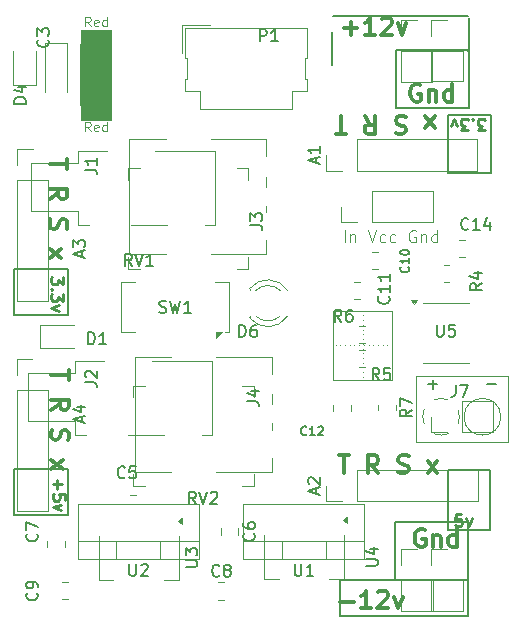
<source format=gbr>
%TF.GenerationSoftware,KiCad,Pcbnew,8.0.4*%
%TF.CreationDate,2024-08-25T20:25:00-07:00*%
%TF.ProjectId,Croissant_Offset,43726f69-7373-4616-9e74-5f4f66667365,rev?*%
%TF.SameCoordinates,Original*%
%TF.FileFunction,Legend,Top*%
%TF.FilePolarity,Positive*%
%FSLAX46Y46*%
G04 Gerber Fmt 4.6, Leading zero omitted, Abs format (unit mm)*
G04 Created by KiCad (PCBNEW 8.0.4) date 2024-08-25 20:25:00*
%MOMM*%
%LPD*%
G01*
G04 APERTURE LIST*
%ADD10C,0.200000*%
%ADD11C,0.100000*%
%ADD12C,0.250000*%
%ADD13C,0.300000*%
%ADD14C,0.150000*%
%ADD15C,0.120000*%
G04 APERTURE END LIST*
D10*
X75453201Y-45346045D02*
X86881852Y-45346045D01*
X48431598Y-83705189D02*
X52998300Y-83705189D01*
X52998300Y-87598641D01*
X48431598Y-87598641D01*
X48431598Y-83705189D01*
X80824221Y-48230668D02*
X86991872Y-48230668D01*
X86991872Y-53124120D01*
X80824221Y-53124120D01*
X80824221Y-48230668D01*
D11*
X80462576Y-73211516D02*
X80462576Y-73211516D01*
X80062576Y-73211516D02*
X80062576Y-73211516D01*
X79662576Y-73211516D02*
X79662576Y-73211516D01*
X79262576Y-73211516D02*
X79262576Y-73211516D01*
X78862576Y-73211516D02*
X78862576Y-73211516D01*
X78462576Y-73211516D02*
X78462576Y-73211516D01*
X78062576Y-73211516D02*
X78062576Y-73211516D01*
X77662576Y-73211516D02*
X77662576Y-73211516D01*
X77262576Y-73211516D02*
X77262576Y-73211516D01*
X76862576Y-73211516D02*
X76862576Y-73211516D01*
X76462576Y-73211516D02*
X76462576Y-73211516D01*
X76062576Y-73211516D02*
X76062576Y-73211516D01*
X75662576Y-73211516D02*
X75662576Y-73211516D01*
D10*
X86881852Y-48262983D02*
X86981852Y-48162983D01*
D11*
X75455949Y-70267306D02*
X80462576Y-70267306D01*
X80462576Y-76155726D01*
X75455949Y-76155726D01*
X75455949Y-70267306D01*
D10*
X85201602Y-53692885D02*
X88817175Y-53692885D01*
X88817175Y-58576748D01*
X85201602Y-58576748D01*
X85201602Y-53692885D01*
X80722349Y-88176511D02*
X86890000Y-88176511D01*
X86890000Y-93069963D01*
X80722349Y-93069963D01*
X80722349Y-88176511D01*
X76014110Y-93063250D02*
X86911761Y-93063250D01*
X86911761Y-96094952D01*
X76014110Y-96094952D01*
X76014110Y-93063250D01*
X48406178Y-66720279D02*
X52972880Y-66720279D01*
X52972880Y-70613731D01*
X48406178Y-70613731D01*
X48406178Y-66720279D01*
X85210326Y-83760000D02*
X88723831Y-83760000D01*
X88723831Y-88854466D01*
X85210326Y-88854466D01*
X85210326Y-83760000D01*
D11*
X77959263Y-70267306D02*
X77959263Y-70267306D01*
X77959263Y-70667306D02*
X77959263Y-70667306D01*
X77959263Y-71067306D02*
X77959263Y-71067306D01*
X77959263Y-71467306D02*
X77959263Y-71467306D01*
X77959263Y-71867306D02*
X77959263Y-71867306D01*
X77959263Y-72267306D02*
X77959263Y-72267306D01*
X77959263Y-72667306D02*
X77959263Y-72667306D01*
X77959263Y-73067306D02*
X77959263Y-73067306D01*
X77959262Y-73467306D02*
X77959262Y-73467306D01*
X77959262Y-73867306D02*
X77959262Y-73867306D01*
X77959262Y-74267306D02*
X77959262Y-74267306D01*
X77959262Y-74667306D02*
X77959262Y-74667306D01*
X77959262Y-75067306D02*
X77959262Y-75067306D01*
X77959262Y-75467306D02*
X77959262Y-75467306D01*
X77959262Y-75867306D02*
X77959262Y-75867306D01*
D10*
X86981852Y-48162983D02*
X86981852Y-45446045D01*
X75361925Y-49422115D02*
X75361925Y-46705177D01*
D11*
X76445673Y-64470578D02*
X76445673Y-63470578D01*
X76921863Y-63803911D02*
X76921863Y-64470578D01*
X76921863Y-63899149D02*
X76969482Y-63851530D01*
X76969482Y-63851530D02*
X77064720Y-63803911D01*
X77064720Y-63803911D02*
X77207577Y-63803911D01*
X77207577Y-63803911D02*
X77302815Y-63851530D01*
X77302815Y-63851530D02*
X77350434Y-63946768D01*
X77350434Y-63946768D02*
X77350434Y-64470578D01*
X78445673Y-63470578D02*
X78779006Y-64470578D01*
X78779006Y-64470578D02*
X79112339Y-63470578D01*
X79874244Y-64422959D02*
X79779006Y-64470578D01*
X79779006Y-64470578D02*
X79588530Y-64470578D01*
X79588530Y-64470578D02*
X79493292Y-64422959D01*
X79493292Y-64422959D02*
X79445673Y-64375339D01*
X79445673Y-64375339D02*
X79398054Y-64280101D01*
X79398054Y-64280101D02*
X79398054Y-63994387D01*
X79398054Y-63994387D02*
X79445673Y-63899149D01*
X79445673Y-63899149D02*
X79493292Y-63851530D01*
X79493292Y-63851530D02*
X79588530Y-63803911D01*
X79588530Y-63803911D02*
X79779006Y-63803911D01*
X79779006Y-63803911D02*
X79874244Y-63851530D01*
X80731387Y-64422959D02*
X80636149Y-64470578D01*
X80636149Y-64470578D02*
X80445673Y-64470578D01*
X80445673Y-64470578D02*
X80350435Y-64422959D01*
X80350435Y-64422959D02*
X80302816Y-64375339D01*
X80302816Y-64375339D02*
X80255197Y-64280101D01*
X80255197Y-64280101D02*
X80255197Y-63994387D01*
X80255197Y-63994387D02*
X80302816Y-63899149D01*
X80302816Y-63899149D02*
X80350435Y-63851530D01*
X80350435Y-63851530D02*
X80445673Y-63803911D01*
X80445673Y-63803911D02*
X80636149Y-63803911D01*
X80636149Y-63803911D02*
X80731387Y-63851530D01*
X82445673Y-63518197D02*
X82350435Y-63470578D01*
X82350435Y-63470578D02*
X82207578Y-63470578D01*
X82207578Y-63470578D02*
X82064721Y-63518197D01*
X82064721Y-63518197D02*
X81969483Y-63613435D01*
X81969483Y-63613435D02*
X81921864Y-63708673D01*
X81921864Y-63708673D02*
X81874245Y-63899149D01*
X81874245Y-63899149D02*
X81874245Y-64042006D01*
X81874245Y-64042006D02*
X81921864Y-64232482D01*
X81921864Y-64232482D02*
X81969483Y-64327720D01*
X81969483Y-64327720D02*
X82064721Y-64422959D01*
X82064721Y-64422959D02*
X82207578Y-64470578D01*
X82207578Y-64470578D02*
X82302816Y-64470578D01*
X82302816Y-64470578D02*
X82445673Y-64422959D01*
X82445673Y-64422959D02*
X82493292Y-64375339D01*
X82493292Y-64375339D02*
X82493292Y-64042006D01*
X82493292Y-64042006D02*
X82302816Y-64042006D01*
X82921864Y-63803911D02*
X82921864Y-64470578D01*
X82921864Y-63899149D02*
X82969483Y-63851530D01*
X82969483Y-63851530D02*
X83064721Y-63803911D01*
X83064721Y-63803911D02*
X83207578Y-63803911D01*
X83207578Y-63803911D02*
X83302816Y-63851530D01*
X83302816Y-63851530D02*
X83350435Y-63946768D01*
X83350435Y-63946768D02*
X83350435Y-64470578D01*
X84255197Y-64470578D02*
X84255197Y-63470578D01*
X84255197Y-64422959D02*
X84159959Y-64470578D01*
X84159959Y-64470578D02*
X83969483Y-64470578D01*
X83969483Y-64470578D02*
X83874245Y-64422959D01*
X83874245Y-64422959D02*
X83826626Y-64375339D01*
X83826626Y-64375339D02*
X83779007Y-64280101D01*
X83779007Y-64280101D02*
X83779007Y-63994387D01*
X83779007Y-63994387D02*
X83826626Y-63899149D01*
X83826626Y-63899149D02*
X83874245Y-63851530D01*
X83874245Y-63851530D02*
X83969483Y-63803911D01*
X83969483Y-63803911D02*
X84159959Y-63803911D01*
X84159959Y-63803911D02*
X84255197Y-63851530D01*
D12*
X52586418Y-67394715D02*
X52586418Y-68013762D01*
X52586418Y-68013762D02*
X52205466Y-67680429D01*
X52205466Y-67680429D02*
X52205466Y-67823286D01*
X52205466Y-67823286D02*
X52157847Y-67918524D01*
X52157847Y-67918524D02*
X52110228Y-67966143D01*
X52110228Y-67966143D02*
X52014990Y-68013762D01*
X52014990Y-68013762D02*
X51776895Y-68013762D01*
X51776895Y-68013762D02*
X51681657Y-67966143D01*
X51681657Y-67966143D02*
X51634038Y-67918524D01*
X51634038Y-67918524D02*
X51586418Y-67823286D01*
X51586418Y-67823286D02*
X51586418Y-67537572D01*
X51586418Y-67537572D02*
X51634038Y-67442334D01*
X51634038Y-67442334D02*
X51681657Y-67394715D01*
X51681657Y-68442334D02*
X51634038Y-68489953D01*
X51634038Y-68489953D02*
X51586418Y-68442334D01*
X51586418Y-68442334D02*
X51634038Y-68394715D01*
X51634038Y-68394715D02*
X51681657Y-68442334D01*
X51681657Y-68442334D02*
X51586418Y-68442334D01*
X52586418Y-68823286D02*
X52586418Y-69442333D01*
X52586418Y-69442333D02*
X52205466Y-69109000D01*
X52205466Y-69109000D02*
X52205466Y-69251857D01*
X52205466Y-69251857D02*
X52157847Y-69347095D01*
X52157847Y-69347095D02*
X52110228Y-69394714D01*
X52110228Y-69394714D02*
X52014990Y-69442333D01*
X52014990Y-69442333D02*
X51776895Y-69442333D01*
X51776895Y-69442333D02*
X51681657Y-69394714D01*
X51681657Y-69394714D02*
X51634038Y-69347095D01*
X51634038Y-69347095D02*
X51586418Y-69251857D01*
X51586418Y-69251857D02*
X51586418Y-68966143D01*
X51586418Y-68966143D02*
X51634038Y-68870905D01*
X51634038Y-68870905D02*
X51681657Y-68823286D01*
X52253085Y-69775667D02*
X51586418Y-70013762D01*
X51586418Y-70013762D02*
X52253085Y-70251857D01*
D13*
X84046810Y-53803780D02*
X83261096Y-54803780D01*
X84046810Y-54803780D02*
X83261096Y-53803780D01*
X81618238Y-53875209D02*
X81403953Y-53803780D01*
X81403953Y-53803780D02*
X81046810Y-53803780D01*
X81046810Y-53803780D02*
X80903953Y-53875209D01*
X80903953Y-53875209D02*
X80832524Y-53946637D01*
X80832524Y-53946637D02*
X80761095Y-54089494D01*
X80761095Y-54089494D02*
X80761095Y-54232351D01*
X80761095Y-54232351D02*
X80832524Y-54375209D01*
X80832524Y-54375209D02*
X80903953Y-54446637D01*
X80903953Y-54446637D02*
X81046810Y-54518066D01*
X81046810Y-54518066D02*
X81332524Y-54589494D01*
X81332524Y-54589494D02*
X81475381Y-54660923D01*
X81475381Y-54660923D02*
X81546810Y-54732351D01*
X81546810Y-54732351D02*
X81618238Y-54875209D01*
X81618238Y-54875209D02*
X81618238Y-55018066D01*
X81618238Y-55018066D02*
X81546810Y-55160923D01*
X81546810Y-55160923D02*
X81475381Y-55232351D01*
X81475381Y-55232351D02*
X81332524Y-55303780D01*
X81332524Y-55303780D02*
X80975381Y-55303780D01*
X80975381Y-55303780D02*
X80761095Y-55232351D01*
X78118239Y-53803780D02*
X78618239Y-54518066D01*
X78975382Y-53803780D02*
X78975382Y-55303780D01*
X78975382Y-55303780D02*
X78403953Y-55303780D01*
X78403953Y-55303780D02*
X78261096Y-55232351D01*
X78261096Y-55232351D02*
X78189667Y-55160923D01*
X78189667Y-55160923D02*
X78118239Y-55018066D01*
X78118239Y-55018066D02*
X78118239Y-54803780D01*
X78118239Y-54803780D02*
X78189667Y-54660923D01*
X78189667Y-54660923D02*
X78261096Y-54589494D01*
X78261096Y-54589494D02*
X78403953Y-54518066D01*
X78403953Y-54518066D02*
X78975382Y-54518066D01*
X76546810Y-55303780D02*
X75689668Y-55303780D01*
X76118239Y-53803780D02*
X76118239Y-55303780D01*
X76362712Y-46371986D02*
X77505570Y-46371986D01*
X76934141Y-46943414D02*
X76934141Y-45800557D01*
X79005570Y-46943414D02*
X78148427Y-46943414D01*
X78576998Y-46943414D02*
X78576998Y-45443414D01*
X78576998Y-45443414D02*
X78434141Y-45657700D01*
X78434141Y-45657700D02*
X78291284Y-45800557D01*
X78291284Y-45800557D02*
X78148427Y-45871986D01*
X79576998Y-45586271D02*
X79648426Y-45514843D01*
X79648426Y-45514843D02*
X79791284Y-45443414D01*
X79791284Y-45443414D02*
X80148426Y-45443414D01*
X80148426Y-45443414D02*
X80291284Y-45514843D01*
X80291284Y-45514843D02*
X80362712Y-45586271D01*
X80362712Y-45586271D02*
X80434141Y-45729128D01*
X80434141Y-45729128D02*
X80434141Y-45871986D01*
X80434141Y-45871986D02*
X80362712Y-46086271D01*
X80362712Y-46086271D02*
X79505569Y-46943414D01*
X79505569Y-46943414D02*
X80434141Y-46943414D01*
X80934140Y-45943414D02*
X81291283Y-46943414D01*
X81291283Y-46943414D02*
X81648426Y-45943414D01*
X83219335Y-88830507D02*
X83076478Y-88759078D01*
X83076478Y-88759078D02*
X82862192Y-88759078D01*
X82862192Y-88759078D02*
X82647906Y-88830507D01*
X82647906Y-88830507D02*
X82505049Y-88973364D01*
X82505049Y-88973364D02*
X82433620Y-89116221D01*
X82433620Y-89116221D02*
X82362192Y-89401935D01*
X82362192Y-89401935D02*
X82362192Y-89616221D01*
X82362192Y-89616221D02*
X82433620Y-89901935D01*
X82433620Y-89901935D02*
X82505049Y-90044792D01*
X82505049Y-90044792D02*
X82647906Y-90187650D01*
X82647906Y-90187650D02*
X82862192Y-90259078D01*
X82862192Y-90259078D02*
X83005049Y-90259078D01*
X83005049Y-90259078D02*
X83219335Y-90187650D01*
X83219335Y-90187650D02*
X83290763Y-90116221D01*
X83290763Y-90116221D02*
X83290763Y-89616221D01*
X83290763Y-89616221D02*
X83005049Y-89616221D01*
X83933620Y-89259078D02*
X83933620Y-90259078D01*
X83933620Y-89401935D02*
X84005049Y-89330507D01*
X84005049Y-89330507D02*
X84147906Y-89259078D01*
X84147906Y-89259078D02*
X84362192Y-89259078D01*
X84362192Y-89259078D02*
X84505049Y-89330507D01*
X84505049Y-89330507D02*
X84576478Y-89473364D01*
X84576478Y-89473364D02*
X84576478Y-90259078D01*
X85933621Y-90259078D02*
X85933621Y-88759078D01*
X85933621Y-90187650D02*
X85790763Y-90259078D01*
X85790763Y-90259078D02*
X85505049Y-90259078D01*
X85505049Y-90259078D02*
X85362192Y-90187650D01*
X85362192Y-90187650D02*
X85290763Y-90116221D01*
X85290763Y-90116221D02*
X85219335Y-89973364D01*
X85219335Y-89973364D02*
X85219335Y-89544792D01*
X85219335Y-89544792D02*
X85290763Y-89401935D01*
X85290763Y-89401935D02*
X85362192Y-89330507D01*
X85362192Y-89330507D02*
X85505049Y-89259078D01*
X85505049Y-89259078D02*
X85790763Y-89259078D01*
X85790763Y-89259078D02*
X85933621Y-89330507D01*
X76049832Y-94894552D02*
X77192690Y-94894552D01*
X78692690Y-95465980D02*
X77835547Y-95465980D01*
X78264118Y-95465980D02*
X78264118Y-93965980D01*
X78264118Y-93965980D02*
X78121261Y-94180266D01*
X78121261Y-94180266D02*
X77978404Y-94323123D01*
X77978404Y-94323123D02*
X77835547Y-94394552D01*
X79264118Y-94108837D02*
X79335546Y-94037409D01*
X79335546Y-94037409D02*
X79478404Y-93965980D01*
X79478404Y-93965980D02*
X79835546Y-93965980D01*
X79835546Y-93965980D02*
X79978404Y-94037409D01*
X79978404Y-94037409D02*
X80049832Y-94108837D01*
X80049832Y-94108837D02*
X80121261Y-94251694D01*
X80121261Y-94251694D02*
X80121261Y-94394552D01*
X80121261Y-94394552D02*
X80049832Y-94608837D01*
X80049832Y-94608837D02*
X79192689Y-95465980D01*
X79192689Y-95465980D02*
X80121261Y-95465980D01*
X80621260Y-94465980D02*
X80978403Y-95465980D01*
X80978403Y-95465980D02*
X81335546Y-94465980D01*
X52957638Y-57444219D02*
X52957638Y-58301362D01*
X51457638Y-57872790D02*
X52957638Y-57872790D01*
X51457638Y-60801361D02*
X52171924Y-60301361D01*
X51457638Y-59944218D02*
X52957638Y-59944218D01*
X52957638Y-59944218D02*
X52957638Y-60515647D01*
X52957638Y-60515647D02*
X52886209Y-60658504D01*
X52886209Y-60658504D02*
X52814781Y-60729933D01*
X52814781Y-60729933D02*
X52671924Y-60801361D01*
X52671924Y-60801361D02*
X52457638Y-60801361D01*
X52457638Y-60801361D02*
X52314781Y-60729933D01*
X52314781Y-60729933D02*
X52243352Y-60658504D01*
X52243352Y-60658504D02*
X52171924Y-60515647D01*
X52171924Y-60515647D02*
X52171924Y-59944218D01*
X51529067Y-62515647D02*
X51457638Y-62729933D01*
X51457638Y-62729933D02*
X51457638Y-63087075D01*
X51457638Y-63087075D02*
X51529067Y-63229933D01*
X51529067Y-63229933D02*
X51600495Y-63301361D01*
X51600495Y-63301361D02*
X51743352Y-63372790D01*
X51743352Y-63372790D02*
X51886209Y-63372790D01*
X51886209Y-63372790D02*
X52029067Y-63301361D01*
X52029067Y-63301361D02*
X52100495Y-63229933D01*
X52100495Y-63229933D02*
X52171924Y-63087075D01*
X52171924Y-63087075D02*
X52243352Y-62801361D01*
X52243352Y-62801361D02*
X52314781Y-62658504D01*
X52314781Y-62658504D02*
X52386209Y-62587075D01*
X52386209Y-62587075D02*
X52529067Y-62515647D01*
X52529067Y-62515647D02*
X52671924Y-62515647D01*
X52671924Y-62515647D02*
X52814781Y-62587075D01*
X52814781Y-62587075D02*
X52886209Y-62658504D01*
X52886209Y-62658504D02*
X52957638Y-62801361D01*
X52957638Y-62801361D02*
X52957638Y-63158504D01*
X52957638Y-63158504D02*
X52886209Y-63372790D01*
X51457638Y-65015646D02*
X52457638Y-65801361D01*
X52457638Y-65015646D02*
X51457638Y-65801361D01*
D12*
X86328861Y-87517168D02*
X85852671Y-87517168D01*
X85852671Y-87517168D02*
X85805052Y-87993358D01*
X85805052Y-87993358D02*
X85852671Y-87945739D01*
X85852671Y-87945739D02*
X85947909Y-87898120D01*
X85947909Y-87898120D02*
X86186004Y-87898120D01*
X86186004Y-87898120D02*
X86281242Y-87945739D01*
X86281242Y-87945739D02*
X86328861Y-87993358D01*
X86328861Y-87993358D02*
X86376480Y-88088596D01*
X86376480Y-88088596D02*
X86376480Y-88326691D01*
X86376480Y-88326691D02*
X86328861Y-88421929D01*
X86328861Y-88421929D02*
X86281242Y-88469549D01*
X86281242Y-88469549D02*
X86186004Y-88517168D01*
X86186004Y-88517168D02*
X85947909Y-88517168D01*
X85947909Y-88517168D02*
X85852671Y-88469549D01*
X85852671Y-88469549D02*
X85805052Y-88421929D01*
X86709814Y-87850501D02*
X86947909Y-88517168D01*
X86947909Y-88517168D02*
X87186004Y-87850501D01*
D14*
X83520355Y-76488866D02*
X84282260Y-76488866D01*
X83901307Y-76869819D02*
X83901307Y-76107914D01*
D13*
X53092249Y-75296988D02*
X53092249Y-76154131D01*
X51592249Y-75725559D02*
X53092249Y-75725559D01*
X51592249Y-78654130D02*
X52306535Y-78154130D01*
X51592249Y-77796987D02*
X53092249Y-77796987D01*
X53092249Y-77796987D02*
X53092249Y-78368416D01*
X53092249Y-78368416D02*
X53020820Y-78511273D01*
X53020820Y-78511273D02*
X52949392Y-78582702D01*
X52949392Y-78582702D02*
X52806535Y-78654130D01*
X52806535Y-78654130D02*
X52592249Y-78654130D01*
X52592249Y-78654130D02*
X52449392Y-78582702D01*
X52449392Y-78582702D02*
X52377963Y-78511273D01*
X52377963Y-78511273D02*
X52306535Y-78368416D01*
X52306535Y-78368416D02*
X52306535Y-77796987D01*
X51663678Y-80368416D02*
X51592249Y-80582702D01*
X51592249Y-80582702D02*
X51592249Y-80939844D01*
X51592249Y-80939844D02*
X51663678Y-81082702D01*
X51663678Y-81082702D02*
X51735106Y-81154130D01*
X51735106Y-81154130D02*
X51877963Y-81225559D01*
X51877963Y-81225559D02*
X52020820Y-81225559D01*
X52020820Y-81225559D02*
X52163678Y-81154130D01*
X52163678Y-81154130D02*
X52235106Y-81082702D01*
X52235106Y-81082702D02*
X52306535Y-80939844D01*
X52306535Y-80939844D02*
X52377963Y-80654130D01*
X52377963Y-80654130D02*
X52449392Y-80511273D01*
X52449392Y-80511273D02*
X52520820Y-80439844D01*
X52520820Y-80439844D02*
X52663678Y-80368416D01*
X52663678Y-80368416D02*
X52806535Y-80368416D01*
X52806535Y-80368416D02*
X52949392Y-80439844D01*
X52949392Y-80439844D02*
X53020820Y-80511273D01*
X53020820Y-80511273D02*
X53092249Y-80654130D01*
X53092249Y-80654130D02*
X53092249Y-81011273D01*
X53092249Y-81011273D02*
X53020820Y-81225559D01*
X51592249Y-82868415D02*
X52592249Y-83654130D01*
X52592249Y-82868415D02*
X51592249Y-83654130D01*
X82841929Y-51140384D02*
X82699072Y-51068955D01*
X82699072Y-51068955D02*
X82484786Y-51068955D01*
X82484786Y-51068955D02*
X82270500Y-51140384D01*
X82270500Y-51140384D02*
X82127643Y-51283241D01*
X82127643Y-51283241D02*
X82056214Y-51426098D01*
X82056214Y-51426098D02*
X81984786Y-51711812D01*
X81984786Y-51711812D02*
X81984786Y-51926098D01*
X81984786Y-51926098D02*
X82056214Y-52211812D01*
X82056214Y-52211812D02*
X82127643Y-52354669D01*
X82127643Y-52354669D02*
X82270500Y-52497527D01*
X82270500Y-52497527D02*
X82484786Y-52568955D01*
X82484786Y-52568955D02*
X82627643Y-52568955D01*
X82627643Y-52568955D02*
X82841929Y-52497527D01*
X82841929Y-52497527D02*
X82913357Y-52426098D01*
X82913357Y-52426098D02*
X82913357Y-51926098D01*
X82913357Y-51926098D02*
X82627643Y-51926098D01*
X83556214Y-51568955D02*
X83556214Y-52568955D01*
X83556214Y-51711812D02*
X83627643Y-51640384D01*
X83627643Y-51640384D02*
X83770500Y-51568955D01*
X83770500Y-51568955D02*
X83984786Y-51568955D01*
X83984786Y-51568955D02*
X84127643Y-51640384D01*
X84127643Y-51640384D02*
X84199072Y-51783241D01*
X84199072Y-51783241D02*
X84199072Y-52568955D01*
X85556215Y-52568955D02*
X85556215Y-51068955D01*
X85556215Y-52497527D02*
X85413357Y-52568955D01*
X85413357Y-52568955D02*
X85127643Y-52568955D01*
X85127643Y-52568955D02*
X84984786Y-52497527D01*
X84984786Y-52497527D02*
X84913357Y-52426098D01*
X84913357Y-52426098D02*
X84841929Y-52283241D01*
X84841929Y-52283241D02*
X84841929Y-51854669D01*
X84841929Y-51854669D02*
X84913357Y-51711812D01*
X84913357Y-51711812D02*
X84984786Y-51640384D01*
X84984786Y-51640384D02*
X85127643Y-51568955D01*
X85127643Y-51568955D02*
X85413357Y-51568955D01*
X85413357Y-51568955D02*
X85556215Y-51640384D01*
D14*
X88520355Y-76488866D02*
X89282260Y-76488866D01*
D12*
X52099879Y-84583472D02*
X52099879Y-85345377D01*
X51718926Y-84964424D02*
X52480831Y-84964424D01*
X52718926Y-86297757D02*
X52718926Y-85821567D01*
X52718926Y-85821567D02*
X52242736Y-85773948D01*
X52242736Y-85773948D02*
X52290355Y-85821567D01*
X52290355Y-85821567D02*
X52337974Y-85916805D01*
X52337974Y-85916805D02*
X52337974Y-86154900D01*
X52337974Y-86154900D02*
X52290355Y-86250138D01*
X52290355Y-86250138D02*
X52242736Y-86297757D01*
X52242736Y-86297757D02*
X52147498Y-86345376D01*
X52147498Y-86345376D02*
X51909403Y-86345376D01*
X51909403Y-86345376D02*
X51814165Y-86297757D01*
X51814165Y-86297757D02*
X51766546Y-86250138D01*
X51766546Y-86250138D02*
X51718926Y-86154900D01*
X51718926Y-86154900D02*
X51718926Y-85916805D01*
X51718926Y-85916805D02*
X51766546Y-85821567D01*
X51766546Y-85821567D02*
X51814165Y-85773948D01*
X52385593Y-86678710D02*
X51718926Y-86916805D01*
X51718926Y-86916805D02*
X52385593Y-87154900D01*
D13*
X75923061Y-82521579D02*
X76780204Y-82521579D01*
X76351632Y-84021579D02*
X76351632Y-82521579D01*
X79280203Y-84021579D02*
X78780203Y-83307293D01*
X78423060Y-84021579D02*
X78423060Y-82521579D01*
X78423060Y-82521579D02*
X78994489Y-82521579D01*
X78994489Y-82521579D02*
X79137346Y-82593008D01*
X79137346Y-82593008D02*
X79208775Y-82664436D01*
X79208775Y-82664436D02*
X79280203Y-82807293D01*
X79280203Y-82807293D02*
X79280203Y-83021579D01*
X79280203Y-83021579D02*
X79208775Y-83164436D01*
X79208775Y-83164436D02*
X79137346Y-83235865D01*
X79137346Y-83235865D02*
X78994489Y-83307293D01*
X78994489Y-83307293D02*
X78423060Y-83307293D01*
X80994489Y-83950151D02*
X81208775Y-84021579D01*
X81208775Y-84021579D02*
X81565917Y-84021579D01*
X81565917Y-84021579D02*
X81708775Y-83950151D01*
X81708775Y-83950151D02*
X81780203Y-83878722D01*
X81780203Y-83878722D02*
X81851632Y-83735865D01*
X81851632Y-83735865D02*
X81851632Y-83593008D01*
X81851632Y-83593008D02*
X81780203Y-83450151D01*
X81780203Y-83450151D02*
X81708775Y-83378722D01*
X81708775Y-83378722D02*
X81565917Y-83307293D01*
X81565917Y-83307293D02*
X81280203Y-83235865D01*
X81280203Y-83235865D02*
X81137346Y-83164436D01*
X81137346Y-83164436D02*
X81065917Y-83093008D01*
X81065917Y-83093008D02*
X80994489Y-82950151D01*
X80994489Y-82950151D02*
X80994489Y-82807293D01*
X80994489Y-82807293D02*
X81065917Y-82664436D01*
X81065917Y-82664436D02*
X81137346Y-82593008D01*
X81137346Y-82593008D02*
X81280203Y-82521579D01*
X81280203Y-82521579D02*
X81637346Y-82521579D01*
X81637346Y-82521579D02*
X81851632Y-82593008D01*
X83494488Y-84021579D02*
X84280203Y-83021579D01*
X83494488Y-83021579D02*
X84280203Y-84021579D01*
D12*
X88320547Y-54998632D02*
X87701500Y-54998632D01*
X87701500Y-54998632D02*
X88034833Y-54617680D01*
X88034833Y-54617680D02*
X87891976Y-54617680D01*
X87891976Y-54617680D02*
X87796738Y-54570061D01*
X87796738Y-54570061D02*
X87749119Y-54522442D01*
X87749119Y-54522442D02*
X87701500Y-54427204D01*
X87701500Y-54427204D02*
X87701500Y-54189109D01*
X87701500Y-54189109D02*
X87749119Y-54093871D01*
X87749119Y-54093871D02*
X87796738Y-54046252D01*
X87796738Y-54046252D02*
X87891976Y-53998632D01*
X87891976Y-53998632D02*
X88177690Y-53998632D01*
X88177690Y-53998632D02*
X88272928Y-54046252D01*
X88272928Y-54046252D02*
X88320547Y-54093871D01*
X87272928Y-54093871D02*
X87225309Y-54046252D01*
X87225309Y-54046252D02*
X87272928Y-53998632D01*
X87272928Y-53998632D02*
X87320547Y-54046252D01*
X87320547Y-54046252D02*
X87272928Y-54093871D01*
X87272928Y-54093871D02*
X87272928Y-53998632D01*
X86891976Y-54998632D02*
X86272929Y-54998632D01*
X86272929Y-54998632D02*
X86606262Y-54617680D01*
X86606262Y-54617680D02*
X86463405Y-54617680D01*
X86463405Y-54617680D02*
X86368167Y-54570061D01*
X86368167Y-54570061D02*
X86320548Y-54522442D01*
X86320548Y-54522442D02*
X86272929Y-54427204D01*
X86272929Y-54427204D02*
X86272929Y-54189109D01*
X86272929Y-54189109D02*
X86320548Y-54093871D01*
X86320548Y-54093871D02*
X86368167Y-54046252D01*
X86368167Y-54046252D02*
X86463405Y-53998632D01*
X86463405Y-53998632D02*
X86749119Y-53998632D01*
X86749119Y-53998632D02*
X86844357Y-54046252D01*
X86844357Y-54046252D02*
X86891976Y-54093871D01*
X85939595Y-54665299D02*
X85701500Y-53998632D01*
X85701500Y-53998632D02*
X85463405Y-54665299D01*
D14*
X81827654Y-66541738D02*
X81863369Y-66577452D01*
X81863369Y-66577452D02*
X81899083Y-66684595D01*
X81899083Y-66684595D02*
X81899083Y-66756023D01*
X81899083Y-66756023D02*
X81863369Y-66863166D01*
X81863369Y-66863166D02*
X81791940Y-66934595D01*
X81791940Y-66934595D02*
X81720511Y-66970309D01*
X81720511Y-66970309D02*
X81577654Y-67006023D01*
X81577654Y-67006023D02*
X81470511Y-67006023D01*
X81470511Y-67006023D02*
X81327654Y-66970309D01*
X81327654Y-66970309D02*
X81256226Y-66934595D01*
X81256226Y-66934595D02*
X81184797Y-66863166D01*
X81184797Y-66863166D02*
X81149083Y-66756023D01*
X81149083Y-66756023D02*
X81149083Y-66684595D01*
X81149083Y-66684595D02*
X81184797Y-66577452D01*
X81184797Y-66577452D02*
X81220511Y-66541738D01*
X81899083Y-65827452D02*
X81899083Y-66256023D01*
X81899083Y-66041738D02*
X81149083Y-66041738D01*
X81149083Y-66041738D02*
X81256226Y-66113166D01*
X81256226Y-66113166D02*
X81327654Y-66184595D01*
X81327654Y-66184595D02*
X81363369Y-66256023D01*
X81149083Y-65363166D02*
X81149083Y-65291737D01*
X81149083Y-65291737D02*
X81184797Y-65220309D01*
X81184797Y-65220309D02*
X81220511Y-65184595D01*
X81220511Y-65184595D02*
X81291940Y-65148880D01*
X81291940Y-65148880D02*
X81434797Y-65113166D01*
X81434797Y-65113166D02*
X81613369Y-65113166D01*
X81613369Y-65113166D02*
X81756226Y-65148880D01*
X81756226Y-65148880D02*
X81827654Y-65184595D01*
X81827654Y-65184595D02*
X81863369Y-65220309D01*
X81863369Y-65220309D02*
X81899083Y-65291737D01*
X81899083Y-65291737D02*
X81899083Y-65363166D01*
X81899083Y-65363166D02*
X81863369Y-65434595D01*
X81863369Y-65434595D02*
X81827654Y-65470309D01*
X81827654Y-65470309D02*
X81756226Y-65506023D01*
X81756226Y-65506023D02*
X81613369Y-65541737D01*
X81613369Y-65541737D02*
X81434797Y-65541737D01*
X81434797Y-65541737D02*
X81291940Y-65506023D01*
X81291940Y-65506023D02*
X81220511Y-65470309D01*
X81220511Y-65470309D02*
X81184797Y-65434595D01*
X81184797Y-65434595D02*
X81149083Y-65363166D01*
D11*
X54922857Y-46189895D02*
X54656190Y-45808942D01*
X54465714Y-46189895D02*
X54465714Y-45389895D01*
X54465714Y-45389895D02*
X54770476Y-45389895D01*
X54770476Y-45389895D02*
X54846666Y-45427990D01*
X54846666Y-45427990D02*
X54884761Y-45466085D01*
X54884761Y-45466085D02*
X54922857Y-45542276D01*
X54922857Y-45542276D02*
X54922857Y-45656561D01*
X54922857Y-45656561D02*
X54884761Y-45732752D01*
X54884761Y-45732752D02*
X54846666Y-45770847D01*
X54846666Y-45770847D02*
X54770476Y-45808942D01*
X54770476Y-45808942D02*
X54465714Y-45808942D01*
X55570476Y-46151800D02*
X55494285Y-46189895D01*
X55494285Y-46189895D02*
X55341904Y-46189895D01*
X55341904Y-46189895D02*
X55265714Y-46151800D01*
X55265714Y-46151800D02*
X55227618Y-46075609D01*
X55227618Y-46075609D02*
X55227618Y-45770847D01*
X55227618Y-45770847D02*
X55265714Y-45694657D01*
X55265714Y-45694657D02*
X55341904Y-45656561D01*
X55341904Y-45656561D02*
X55494285Y-45656561D01*
X55494285Y-45656561D02*
X55570476Y-45694657D01*
X55570476Y-45694657D02*
X55608571Y-45770847D01*
X55608571Y-45770847D02*
X55608571Y-45847038D01*
X55608571Y-45847038D02*
X55227618Y-45923228D01*
X56294285Y-46189895D02*
X56294285Y-45389895D01*
X56294285Y-46151800D02*
X56218094Y-46189895D01*
X56218094Y-46189895D02*
X56065713Y-46189895D01*
X56065713Y-46189895D02*
X55989523Y-46151800D01*
X55989523Y-46151800D02*
X55951428Y-46113704D01*
X55951428Y-46113704D02*
X55913332Y-46037514D01*
X55913332Y-46037514D02*
X55913332Y-45808942D01*
X55913332Y-45808942D02*
X55951428Y-45732752D01*
X55951428Y-45732752D02*
X55989523Y-45694657D01*
X55989523Y-45694657D02*
X56065713Y-45656561D01*
X56065713Y-45656561D02*
X56218094Y-45656561D01*
X56218094Y-45656561D02*
X56294285Y-45694657D01*
X54922857Y-55079895D02*
X54656190Y-54698942D01*
X54465714Y-55079895D02*
X54465714Y-54279895D01*
X54465714Y-54279895D02*
X54770476Y-54279895D01*
X54770476Y-54279895D02*
X54846666Y-54317990D01*
X54846666Y-54317990D02*
X54884761Y-54356085D01*
X54884761Y-54356085D02*
X54922857Y-54432276D01*
X54922857Y-54432276D02*
X54922857Y-54546561D01*
X54922857Y-54546561D02*
X54884761Y-54622752D01*
X54884761Y-54622752D02*
X54846666Y-54660847D01*
X54846666Y-54660847D02*
X54770476Y-54698942D01*
X54770476Y-54698942D02*
X54465714Y-54698942D01*
X55570476Y-55041800D02*
X55494285Y-55079895D01*
X55494285Y-55079895D02*
X55341904Y-55079895D01*
X55341904Y-55079895D02*
X55265714Y-55041800D01*
X55265714Y-55041800D02*
X55227618Y-54965609D01*
X55227618Y-54965609D02*
X55227618Y-54660847D01*
X55227618Y-54660847D02*
X55265714Y-54584657D01*
X55265714Y-54584657D02*
X55341904Y-54546561D01*
X55341904Y-54546561D02*
X55494285Y-54546561D01*
X55494285Y-54546561D02*
X55570476Y-54584657D01*
X55570476Y-54584657D02*
X55608571Y-54660847D01*
X55608571Y-54660847D02*
X55608571Y-54737038D01*
X55608571Y-54737038D02*
X55227618Y-54813228D01*
X56294285Y-55079895D02*
X56294285Y-54279895D01*
X56294285Y-55041800D02*
X56218094Y-55079895D01*
X56218094Y-55079895D02*
X56065713Y-55079895D01*
X56065713Y-55079895D02*
X55989523Y-55041800D01*
X55989523Y-55041800D02*
X55951428Y-55003704D01*
X55951428Y-55003704D02*
X55913332Y-54927514D01*
X55913332Y-54927514D02*
X55913332Y-54698942D01*
X55913332Y-54698942D02*
X55951428Y-54622752D01*
X55951428Y-54622752D02*
X55989523Y-54584657D01*
X55989523Y-54584657D02*
X56065713Y-54546561D01*
X56065713Y-54546561D02*
X56218094Y-54546561D01*
X56218094Y-54546561D02*
X56294285Y-54584657D01*
D14*
X57833333Y-84359580D02*
X57785714Y-84407200D01*
X57785714Y-84407200D02*
X57642857Y-84454819D01*
X57642857Y-84454819D02*
X57547619Y-84454819D01*
X57547619Y-84454819D02*
X57404762Y-84407200D01*
X57404762Y-84407200D02*
X57309524Y-84311961D01*
X57309524Y-84311961D02*
X57261905Y-84216723D01*
X57261905Y-84216723D02*
X57214286Y-84026247D01*
X57214286Y-84026247D02*
X57214286Y-83883390D01*
X57214286Y-83883390D02*
X57261905Y-83692914D01*
X57261905Y-83692914D02*
X57309524Y-83597676D01*
X57309524Y-83597676D02*
X57404762Y-83502438D01*
X57404762Y-83502438D02*
X57547619Y-83454819D01*
X57547619Y-83454819D02*
X57642857Y-83454819D01*
X57642857Y-83454819D02*
X57785714Y-83502438D01*
X57785714Y-83502438D02*
X57833333Y-83550057D01*
X58738095Y-83454819D02*
X58261905Y-83454819D01*
X58261905Y-83454819D02*
X58214286Y-83931009D01*
X58214286Y-83931009D02*
X58261905Y-83883390D01*
X58261905Y-83883390D02*
X58357143Y-83835771D01*
X58357143Y-83835771D02*
X58595238Y-83835771D01*
X58595238Y-83835771D02*
X58690476Y-83883390D01*
X58690476Y-83883390D02*
X58738095Y-83931009D01*
X58738095Y-83931009D02*
X58785714Y-84026247D01*
X58785714Y-84026247D02*
X58785714Y-84264342D01*
X58785714Y-84264342D02*
X58738095Y-84359580D01*
X58738095Y-84359580D02*
X58690476Y-84407200D01*
X58690476Y-84407200D02*
X58595238Y-84454819D01*
X58595238Y-84454819D02*
X58357143Y-84454819D01*
X58357143Y-84454819D02*
X58261905Y-84407200D01*
X58261905Y-84407200D02*
X58214286Y-84359580D01*
X76161278Y-71187516D02*
X75827945Y-70711325D01*
X75589850Y-71187516D02*
X75589850Y-70187516D01*
X75589850Y-70187516D02*
X75970802Y-70187516D01*
X75970802Y-70187516D02*
X76066040Y-70235135D01*
X76066040Y-70235135D02*
X76113659Y-70282754D01*
X76113659Y-70282754D02*
X76161278Y-70377992D01*
X76161278Y-70377992D02*
X76161278Y-70520849D01*
X76161278Y-70520849D02*
X76113659Y-70616087D01*
X76113659Y-70616087D02*
X76066040Y-70663706D01*
X76066040Y-70663706D02*
X75970802Y-70711325D01*
X75970802Y-70711325D02*
X75589850Y-70711325D01*
X77018421Y-70187516D02*
X76827945Y-70187516D01*
X76827945Y-70187516D02*
X76732707Y-70235135D01*
X76732707Y-70235135D02*
X76685088Y-70282754D01*
X76685088Y-70282754D02*
X76589850Y-70425611D01*
X76589850Y-70425611D02*
X76542231Y-70616087D01*
X76542231Y-70616087D02*
X76542231Y-70997039D01*
X76542231Y-70997039D02*
X76589850Y-71092277D01*
X76589850Y-71092277D02*
X76637469Y-71139897D01*
X76637469Y-71139897D02*
X76732707Y-71187516D01*
X76732707Y-71187516D02*
X76923183Y-71187516D01*
X76923183Y-71187516D02*
X77018421Y-71139897D01*
X77018421Y-71139897D02*
X77066040Y-71092277D01*
X77066040Y-71092277D02*
X77113659Y-70997039D01*
X77113659Y-70997039D02*
X77113659Y-70758944D01*
X77113659Y-70758944D02*
X77066040Y-70663706D01*
X77066040Y-70663706D02*
X77018421Y-70616087D01*
X77018421Y-70616087D02*
X76923183Y-70568468D01*
X76923183Y-70568468D02*
X76732707Y-70568468D01*
X76732707Y-70568468D02*
X76637469Y-70616087D01*
X76637469Y-70616087D02*
X76589850Y-70663706D01*
X76589850Y-70663706D02*
X76542231Y-70758944D01*
X86903458Y-63317212D02*
X86855839Y-63364832D01*
X86855839Y-63364832D02*
X86712982Y-63412451D01*
X86712982Y-63412451D02*
X86617744Y-63412451D01*
X86617744Y-63412451D02*
X86474887Y-63364832D01*
X86474887Y-63364832D02*
X86379649Y-63269593D01*
X86379649Y-63269593D02*
X86332030Y-63174355D01*
X86332030Y-63174355D02*
X86284411Y-62983879D01*
X86284411Y-62983879D02*
X86284411Y-62841022D01*
X86284411Y-62841022D02*
X86332030Y-62650546D01*
X86332030Y-62650546D02*
X86379649Y-62555308D01*
X86379649Y-62555308D02*
X86474887Y-62460070D01*
X86474887Y-62460070D02*
X86617744Y-62412451D01*
X86617744Y-62412451D02*
X86712982Y-62412451D01*
X86712982Y-62412451D02*
X86855839Y-62460070D01*
X86855839Y-62460070D02*
X86903458Y-62507689D01*
X87855839Y-63412451D02*
X87284411Y-63412451D01*
X87570125Y-63412451D02*
X87570125Y-62412451D01*
X87570125Y-62412451D02*
X87474887Y-62555308D01*
X87474887Y-62555308D02*
X87379649Y-62650546D01*
X87379649Y-62650546D02*
X87284411Y-62698165D01*
X88712982Y-62745784D02*
X88712982Y-63412451D01*
X88474887Y-62364832D02*
X88236792Y-63079117D01*
X88236792Y-63079117D02*
X88855839Y-63079117D01*
X67498168Y-72481426D02*
X67498168Y-71481426D01*
X67498168Y-71481426D02*
X67736263Y-71481426D01*
X67736263Y-71481426D02*
X67879120Y-71529045D01*
X67879120Y-71529045D02*
X67974358Y-71624283D01*
X67974358Y-71624283D02*
X68021977Y-71719521D01*
X68021977Y-71719521D02*
X68069596Y-71909997D01*
X68069596Y-71909997D02*
X68069596Y-72052854D01*
X68069596Y-72052854D02*
X68021977Y-72243330D01*
X68021977Y-72243330D02*
X67974358Y-72338568D01*
X67974358Y-72338568D02*
X67879120Y-72433807D01*
X67879120Y-72433807D02*
X67736263Y-72481426D01*
X67736263Y-72481426D02*
X67498168Y-72481426D01*
X68926739Y-71481426D02*
X68736263Y-71481426D01*
X68736263Y-71481426D02*
X68641025Y-71529045D01*
X68641025Y-71529045D02*
X68593406Y-71576664D01*
X68593406Y-71576664D02*
X68498168Y-71719521D01*
X68498168Y-71719521D02*
X68450549Y-71909997D01*
X68450549Y-71909997D02*
X68450549Y-72290949D01*
X68450549Y-72290949D02*
X68498168Y-72386187D01*
X68498168Y-72386187D02*
X68545787Y-72433807D01*
X68545787Y-72433807D02*
X68641025Y-72481426D01*
X68641025Y-72481426D02*
X68831501Y-72481426D01*
X68831501Y-72481426D02*
X68926739Y-72433807D01*
X68926739Y-72433807D02*
X68974358Y-72386187D01*
X68974358Y-72386187D02*
X69021977Y-72290949D01*
X69021977Y-72290949D02*
X69021977Y-72052854D01*
X69021977Y-72052854D02*
X68974358Y-71957616D01*
X68974358Y-71957616D02*
X68926739Y-71909997D01*
X68926739Y-71909997D02*
X68831501Y-71862378D01*
X68831501Y-71862378D02*
X68641025Y-71862378D01*
X68641025Y-71862378D02*
X68545787Y-71909997D01*
X68545787Y-71909997D02*
X68498168Y-71957616D01*
X68498168Y-71957616D02*
X68450549Y-72052854D01*
X72208419Y-91708818D02*
X72208419Y-92518341D01*
X72208419Y-92518341D02*
X72256038Y-92613579D01*
X72256038Y-92613579D02*
X72303657Y-92661199D01*
X72303657Y-92661199D02*
X72398895Y-92708818D01*
X72398895Y-92708818D02*
X72589371Y-92708818D01*
X72589371Y-92708818D02*
X72684609Y-92661199D01*
X72684609Y-92661199D02*
X72732228Y-92613579D01*
X72732228Y-92613579D02*
X72779847Y-92518341D01*
X72779847Y-92518341D02*
X72779847Y-91708818D01*
X73779847Y-92708818D02*
X73208419Y-92708818D01*
X73494133Y-92708818D02*
X73494133Y-91708818D01*
X73494133Y-91708818D02*
X73398895Y-91851675D01*
X73398895Y-91851675D02*
X73303657Y-91946913D01*
X73303657Y-91946913D02*
X73208419Y-91994532D01*
X79365127Y-76125559D02*
X79031794Y-75649368D01*
X78793699Y-76125559D02*
X78793699Y-75125559D01*
X78793699Y-75125559D02*
X79174651Y-75125559D01*
X79174651Y-75125559D02*
X79269889Y-75173178D01*
X79269889Y-75173178D02*
X79317508Y-75220797D01*
X79317508Y-75220797D02*
X79365127Y-75316035D01*
X79365127Y-75316035D02*
X79365127Y-75458892D01*
X79365127Y-75458892D02*
X79317508Y-75554130D01*
X79317508Y-75554130D02*
X79269889Y-75601749D01*
X79269889Y-75601749D02*
X79174651Y-75649368D01*
X79174651Y-75649368D02*
X78793699Y-75649368D01*
X80269889Y-75125559D02*
X79793699Y-75125559D01*
X79793699Y-75125559D02*
X79746080Y-75601749D01*
X79746080Y-75601749D02*
X79793699Y-75554130D01*
X79793699Y-75554130D02*
X79888937Y-75506511D01*
X79888937Y-75506511D02*
X80127032Y-75506511D01*
X80127032Y-75506511D02*
X80222270Y-75554130D01*
X80222270Y-75554130D02*
X80269889Y-75601749D01*
X80269889Y-75601749D02*
X80317508Y-75696987D01*
X80317508Y-75696987D02*
X80317508Y-75935082D01*
X80317508Y-75935082D02*
X80269889Y-76030320D01*
X80269889Y-76030320D02*
X80222270Y-76077940D01*
X80222270Y-76077940D02*
X80127032Y-76125559D01*
X80127032Y-76125559D02*
X79888937Y-76125559D01*
X79888937Y-76125559D02*
X79793699Y-76077940D01*
X79793699Y-76077940D02*
X79746080Y-76030320D01*
X88053519Y-67942580D02*
X87577328Y-68275913D01*
X88053519Y-68514008D02*
X87053519Y-68514008D01*
X87053519Y-68514008D02*
X87053519Y-68133056D01*
X87053519Y-68133056D02*
X87101138Y-68037818D01*
X87101138Y-68037818D02*
X87148757Y-67990199D01*
X87148757Y-67990199D02*
X87243995Y-67942580D01*
X87243995Y-67942580D02*
X87386852Y-67942580D01*
X87386852Y-67942580D02*
X87482090Y-67990199D01*
X87482090Y-67990199D02*
X87529709Y-68037818D01*
X87529709Y-68037818D02*
X87577328Y-68133056D01*
X87577328Y-68133056D02*
X87577328Y-68514008D01*
X87386852Y-67085437D02*
X88053519Y-67085437D01*
X87005900Y-67323532D02*
X87720185Y-67561627D01*
X87720185Y-67561627D02*
X87720185Y-66942580D01*
X69261905Y-47454819D02*
X69261905Y-46454819D01*
X69261905Y-46454819D02*
X69642857Y-46454819D01*
X69642857Y-46454819D02*
X69738095Y-46502438D01*
X69738095Y-46502438D02*
X69785714Y-46550057D01*
X69785714Y-46550057D02*
X69833333Y-46645295D01*
X69833333Y-46645295D02*
X69833333Y-46788152D01*
X69833333Y-46788152D02*
X69785714Y-46883390D01*
X69785714Y-46883390D02*
X69738095Y-46931009D01*
X69738095Y-46931009D02*
X69642857Y-46978628D01*
X69642857Y-46978628D02*
X69261905Y-46978628D01*
X70785714Y-47454819D02*
X70214286Y-47454819D01*
X70500000Y-47454819D02*
X70500000Y-46454819D01*
X70500000Y-46454819D02*
X70404762Y-46597676D01*
X70404762Y-46597676D02*
X70309524Y-46692914D01*
X70309524Y-46692914D02*
X70214286Y-46740533D01*
X68173268Y-77933489D02*
X68887553Y-77933489D01*
X68887553Y-77933489D02*
X69030410Y-77981108D01*
X69030410Y-77981108D02*
X69125649Y-78076346D01*
X69125649Y-78076346D02*
X69173268Y-78219203D01*
X69173268Y-78219203D02*
X69173268Y-78314441D01*
X68506601Y-77028727D02*
X69173268Y-77028727D01*
X68125649Y-77266822D02*
X68839934Y-77504917D01*
X68839934Y-77504917D02*
X68839934Y-76885870D01*
X73201659Y-80728808D02*
X73165945Y-80764523D01*
X73165945Y-80764523D02*
X73058802Y-80800237D01*
X73058802Y-80800237D02*
X72987374Y-80800237D01*
X72987374Y-80800237D02*
X72880231Y-80764523D01*
X72880231Y-80764523D02*
X72808802Y-80693094D01*
X72808802Y-80693094D02*
X72773088Y-80621665D01*
X72773088Y-80621665D02*
X72737374Y-80478808D01*
X72737374Y-80478808D02*
X72737374Y-80371665D01*
X72737374Y-80371665D02*
X72773088Y-80228808D01*
X72773088Y-80228808D02*
X72808802Y-80157380D01*
X72808802Y-80157380D02*
X72880231Y-80085951D01*
X72880231Y-80085951D02*
X72987374Y-80050237D01*
X72987374Y-80050237D02*
X73058802Y-80050237D01*
X73058802Y-80050237D02*
X73165945Y-80085951D01*
X73165945Y-80085951D02*
X73201659Y-80121665D01*
X73915945Y-80800237D02*
X73487374Y-80800237D01*
X73701659Y-80800237D02*
X73701659Y-80050237D01*
X73701659Y-80050237D02*
X73630231Y-80157380D01*
X73630231Y-80157380D02*
X73558802Y-80228808D01*
X73558802Y-80228808D02*
X73487374Y-80264523D01*
X74201660Y-80121665D02*
X74237374Y-80085951D01*
X74237374Y-80085951D02*
X74308803Y-80050237D01*
X74308803Y-80050237D02*
X74487374Y-80050237D01*
X74487374Y-80050237D02*
X74558803Y-80085951D01*
X74558803Y-80085951D02*
X74594517Y-80121665D01*
X74594517Y-80121665D02*
X74630231Y-80193094D01*
X74630231Y-80193094D02*
X74630231Y-80264523D01*
X74630231Y-80264523D02*
X74594517Y-80371665D01*
X74594517Y-80371665D02*
X74165945Y-80800237D01*
X74165945Y-80800237D02*
X74630231Y-80800237D01*
X58404761Y-66454819D02*
X58071428Y-65978628D01*
X57833333Y-66454819D02*
X57833333Y-65454819D01*
X57833333Y-65454819D02*
X58214285Y-65454819D01*
X58214285Y-65454819D02*
X58309523Y-65502438D01*
X58309523Y-65502438D02*
X58357142Y-65550057D01*
X58357142Y-65550057D02*
X58404761Y-65645295D01*
X58404761Y-65645295D02*
X58404761Y-65788152D01*
X58404761Y-65788152D02*
X58357142Y-65883390D01*
X58357142Y-65883390D02*
X58309523Y-65931009D01*
X58309523Y-65931009D02*
X58214285Y-65978628D01*
X58214285Y-65978628D02*
X57833333Y-65978628D01*
X58690476Y-65454819D02*
X59023809Y-66454819D01*
X59023809Y-66454819D02*
X59357142Y-65454819D01*
X60214285Y-66454819D02*
X59642857Y-66454819D01*
X59928571Y-66454819D02*
X59928571Y-65454819D01*
X59928571Y-65454819D02*
X59833333Y-65597676D01*
X59833333Y-65597676D02*
X59738095Y-65692914D01*
X59738095Y-65692914D02*
X59642857Y-65740533D01*
X50359580Y-94166666D02*
X50407200Y-94214285D01*
X50407200Y-94214285D02*
X50454819Y-94357142D01*
X50454819Y-94357142D02*
X50454819Y-94452380D01*
X50454819Y-94452380D02*
X50407200Y-94595237D01*
X50407200Y-94595237D02*
X50311961Y-94690475D01*
X50311961Y-94690475D02*
X50216723Y-94738094D01*
X50216723Y-94738094D02*
X50026247Y-94785713D01*
X50026247Y-94785713D02*
X49883390Y-94785713D01*
X49883390Y-94785713D02*
X49692914Y-94738094D01*
X49692914Y-94738094D02*
X49597676Y-94690475D01*
X49597676Y-94690475D02*
X49502438Y-94595237D01*
X49502438Y-94595237D02*
X49454819Y-94452380D01*
X49454819Y-94452380D02*
X49454819Y-94357142D01*
X49454819Y-94357142D02*
X49502438Y-94214285D01*
X49502438Y-94214285D02*
X49550057Y-94166666D01*
X50454819Y-93690475D02*
X50454819Y-93499999D01*
X50454819Y-93499999D02*
X50407200Y-93404761D01*
X50407200Y-93404761D02*
X50359580Y-93357142D01*
X50359580Y-93357142D02*
X50216723Y-93261904D01*
X50216723Y-93261904D02*
X50026247Y-93214285D01*
X50026247Y-93214285D02*
X49645295Y-93214285D01*
X49645295Y-93214285D02*
X49550057Y-93261904D01*
X49550057Y-93261904D02*
X49502438Y-93309523D01*
X49502438Y-93309523D02*
X49454819Y-93404761D01*
X49454819Y-93404761D02*
X49454819Y-93595237D01*
X49454819Y-93595237D02*
X49502438Y-93690475D01*
X49502438Y-93690475D02*
X49550057Y-93738094D01*
X49550057Y-93738094D02*
X49645295Y-93785713D01*
X49645295Y-93785713D02*
X49883390Y-93785713D01*
X49883390Y-93785713D02*
X49978628Y-93738094D01*
X49978628Y-93738094D02*
X50026247Y-93690475D01*
X50026247Y-93690475D02*
X50073866Y-93595237D01*
X50073866Y-93595237D02*
X50073866Y-93404761D01*
X50073866Y-93404761D02*
X50026247Y-93309523D01*
X50026247Y-93309523D02*
X49978628Y-93261904D01*
X49978628Y-93261904D02*
X49883390Y-93214285D01*
X54726972Y-73100293D02*
X54726972Y-72100293D01*
X54726972Y-72100293D02*
X54965067Y-72100293D01*
X54965067Y-72100293D02*
X55107924Y-72147912D01*
X55107924Y-72147912D02*
X55203162Y-72243150D01*
X55203162Y-72243150D02*
X55250781Y-72338388D01*
X55250781Y-72338388D02*
X55298400Y-72528864D01*
X55298400Y-72528864D02*
X55298400Y-72671721D01*
X55298400Y-72671721D02*
X55250781Y-72862197D01*
X55250781Y-72862197D02*
X55203162Y-72957435D01*
X55203162Y-72957435D02*
X55107924Y-73052674D01*
X55107924Y-73052674D02*
X54965067Y-73100293D01*
X54965067Y-73100293D02*
X54726972Y-73100293D01*
X56250781Y-73100293D02*
X55679353Y-73100293D01*
X55965067Y-73100293D02*
X55965067Y-72100293D01*
X55965067Y-72100293D02*
X55869829Y-72243150D01*
X55869829Y-72243150D02*
X55774591Y-72338388D01*
X55774591Y-72338388D02*
X55679353Y-72386007D01*
X51312851Y-47308111D02*
X51360471Y-47355730D01*
X51360471Y-47355730D02*
X51408090Y-47498587D01*
X51408090Y-47498587D02*
X51408090Y-47593825D01*
X51408090Y-47593825D02*
X51360471Y-47736682D01*
X51360471Y-47736682D02*
X51265232Y-47831920D01*
X51265232Y-47831920D02*
X51169994Y-47879539D01*
X51169994Y-47879539D02*
X50979518Y-47927158D01*
X50979518Y-47927158D02*
X50836661Y-47927158D01*
X50836661Y-47927158D02*
X50646185Y-47879539D01*
X50646185Y-47879539D02*
X50550947Y-47831920D01*
X50550947Y-47831920D02*
X50455709Y-47736682D01*
X50455709Y-47736682D02*
X50408090Y-47593825D01*
X50408090Y-47593825D02*
X50408090Y-47498587D01*
X50408090Y-47498587D02*
X50455709Y-47355730D01*
X50455709Y-47355730D02*
X50503328Y-47308111D01*
X50408090Y-46974777D02*
X50408090Y-46355730D01*
X50408090Y-46355730D02*
X50789042Y-46689063D01*
X50789042Y-46689063D02*
X50789042Y-46546206D01*
X50789042Y-46546206D02*
X50836661Y-46450968D01*
X50836661Y-46450968D02*
X50884280Y-46403349D01*
X50884280Y-46403349D02*
X50979518Y-46355730D01*
X50979518Y-46355730D02*
X51217613Y-46355730D01*
X51217613Y-46355730D02*
X51312851Y-46403349D01*
X51312851Y-46403349D02*
X51360471Y-46450968D01*
X51360471Y-46450968D02*
X51408090Y-46546206D01*
X51408090Y-46546206D02*
X51408090Y-46831920D01*
X51408090Y-46831920D02*
X51360471Y-46927158D01*
X51360471Y-46927158D02*
X51312851Y-46974777D01*
X62961367Y-91940352D02*
X63770890Y-91940352D01*
X63770890Y-91940352D02*
X63866128Y-91892733D01*
X63866128Y-91892733D02*
X63913748Y-91845114D01*
X63913748Y-91845114D02*
X63961367Y-91749876D01*
X63961367Y-91749876D02*
X63961367Y-91559400D01*
X63961367Y-91559400D02*
X63913748Y-91464162D01*
X63913748Y-91464162D02*
X63866128Y-91416543D01*
X63866128Y-91416543D02*
X63770890Y-91368924D01*
X63770890Y-91368924D02*
X62961367Y-91368924D01*
X62961367Y-90987971D02*
X62961367Y-90368924D01*
X62961367Y-90368924D02*
X63342319Y-90702257D01*
X63342319Y-90702257D02*
X63342319Y-90559400D01*
X63342319Y-90559400D02*
X63389938Y-90464162D01*
X63389938Y-90464162D02*
X63437557Y-90416543D01*
X63437557Y-90416543D02*
X63532795Y-90368924D01*
X63532795Y-90368924D02*
X63770890Y-90368924D01*
X63770890Y-90368924D02*
X63866128Y-90416543D01*
X63866128Y-90416543D02*
X63913748Y-90464162D01*
X63913748Y-90464162D02*
X63961367Y-90559400D01*
X63961367Y-90559400D02*
X63961367Y-90845114D01*
X63961367Y-90845114D02*
X63913748Y-90940352D01*
X63913748Y-90940352D02*
X63866128Y-90987971D01*
X85832618Y-76560428D02*
X85832618Y-77274713D01*
X85832618Y-77274713D02*
X85784999Y-77417570D01*
X85784999Y-77417570D02*
X85689761Y-77512809D01*
X85689761Y-77512809D02*
X85546904Y-77560428D01*
X85546904Y-77560428D02*
X85451666Y-77560428D01*
X86213571Y-76560428D02*
X86880237Y-76560428D01*
X86880237Y-76560428D02*
X86451666Y-77560428D01*
X50359580Y-89166666D02*
X50407200Y-89214285D01*
X50407200Y-89214285D02*
X50454819Y-89357142D01*
X50454819Y-89357142D02*
X50454819Y-89452380D01*
X50454819Y-89452380D02*
X50407200Y-89595237D01*
X50407200Y-89595237D02*
X50311961Y-89690475D01*
X50311961Y-89690475D02*
X50216723Y-89738094D01*
X50216723Y-89738094D02*
X50026247Y-89785713D01*
X50026247Y-89785713D02*
X49883390Y-89785713D01*
X49883390Y-89785713D02*
X49692914Y-89738094D01*
X49692914Y-89738094D02*
X49597676Y-89690475D01*
X49597676Y-89690475D02*
X49502438Y-89595237D01*
X49502438Y-89595237D02*
X49454819Y-89452380D01*
X49454819Y-89452380D02*
X49454819Y-89357142D01*
X49454819Y-89357142D02*
X49502438Y-89214285D01*
X49502438Y-89214285D02*
X49550057Y-89166666D01*
X49454819Y-88833332D02*
X49454819Y-88166666D01*
X49454819Y-88166666D02*
X50454819Y-88595237D01*
X74030380Y-57783403D02*
X74030380Y-57307213D01*
X74316095Y-57878641D02*
X73316095Y-57545308D01*
X73316095Y-57545308D02*
X74316095Y-57211975D01*
X74316095Y-56354832D02*
X74316095Y-56926260D01*
X74316095Y-56640546D02*
X73316095Y-56640546D01*
X73316095Y-56640546D02*
X73458952Y-56735784D01*
X73458952Y-56735784D02*
X73554190Y-56831022D01*
X73554190Y-56831022D02*
X73601809Y-56926260D01*
X54169104Y-79714285D02*
X54169104Y-79238095D01*
X54454819Y-79809523D02*
X53454819Y-79476190D01*
X53454819Y-79476190D02*
X54454819Y-79142857D01*
X53788152Y-78380952D02*
X54454819Y-78380952D01*
X53407200Y-78619047D02*
X54121485Y-78857142D01*
X54121485Y-78857142D02*
X54121485Y-78238095D01*
X74047905Y-85804285D02*
X74047905Y-85328095D01*
X74333620Y-85899523D02*
X73333620Y-85566190D01*
X73333620Y-85566190D02*
X74333620Y-85232857D01*
X73428858Y-84947142D02*
X73381239Y-84899523D01*
X73381239Y-84899523D02*
X73333620Y-84804285D01*
X73333620Y-84804285D02*
X73333620Y-84566190D01*
X73333620Y-84566190D02*
X73381239Y-84470952D01*
X73381239Y-84470952D02*
X73428858Y-84423333D01*
X73428858Y-84423333D02*
X73524096Y-84375714D01*
X73524096Y-84375714D02*
X73619334Y-84375714D01*
X73619334Y-84375714D02*
X73762191Y-84423333D01*
X73762191Y-84423333D02*
X74333620Y-84994761D01*
X74333620Y-84994761D02*
X74333620Y-84375714D01*
X54169104Y-65714285D02*
X54169104Y-65238095D01*
X54454819Y-65809523D02*
X53454819Y-65476190D01*
X53454819Y-65476190D02*
X54454819Y-65142857D01*
X53454819Y-64904761D02*
X53454819Y-64285714D01*
X53454819Y-64285714D02*
X53835771Y-64619047D01*
X53835771Y-64619047D02*
X53835771Y-64476190D01*
X53835771Y-64476190D02*
X53883390Y-64380952D01*
X53883390Y-64380952D02*
X53931009Y-64333333D01*
X53931009Y-64333333D02*
X54026247Y-64285714D01*
X54026247Y-64285714D02*
X54264342Y-64285714D01*
X54264342Y-64285714D02*
X54359580Y-64333333D01*
X54359580Y-64333333D02*
X54407200Y-64380952D01*
X54407200Y-64380952D02*
X54454819Y-64476190D01*
X54454819Y-64476190D02*
X54454819Y-64761904D01*
X54454819Y-64761904D02*
X54407200Y-64857142D01*
X54407200Y-64857142D02*
X54359580Y-64904761D01*
X82114819Y-78636666D02*
X81638628Y-78969999D01*
X82114819Y-79208094D02*
X81114819Y-79208094D01*
X81114819Y-79208094D02*
X81114819Y-78827142D01*
X81114819Y-78827142D02*
X81162438Y-78731904D01*
X81162438Y-78731904D02*
X81210057Y-78684285D01*
X81210057Y-78684285D02*
X81305295Y-78636666D01*
X81305295Y-78636666D02*
X81448152Y-78636666D01*
X81448152Y-78636666D02*
X81543390Y-78684285D01*
X81543390Y-78684285D02*
X81591009Y-78731904D01*
X81591009Y-78731904D02*
X81638628Y-78827142D01*
X81638628Y-78827142D02*
X81638628Y-79208094D01*
X81114819Y-78303332D02*
X81114819Y-77636666D01*
X81114819Y-77636666D02*
X82114819Y-78065237D01*
X60749498Y-70389380D02*
X60892355Y-70436999D01*
X60892355Y-70436999D02*
X61130450Y-70436999D01*
X61130450Y-70436999D02*
X61225688Y-70389380D01*
X61225688Y-70389380D02*
X61273307Y-70341760D01*
X61273307Y-70341760D02*
X61320926Y-70246522D01*
X61320926Y-70246522D02*
X61320926Y-70151284D01*
X61320926Y-70151284D02*
X61273307Y-70056046D01*
X61273307Y-70056046D02*
X61225688Y-70008427D01*
X61225688Y-70008427D02*
X61130450Y-69960808D01*
X61130450Y-69960808D02*
X60939974Y-69913189D01*
X60939974Y-69913189D02*
X60844736Y-69865570D01*
X60844736Y-69865570D02*
X60797117Y-69817951D01*
X60797117Y-69817951D02*
X60749498Y-69722713D01*
X60749498Y-69722713D02*
X60749498Y-69627475D01*
X60749498Y-69627475D02*
X60797117Y-69532237D01*
X60797117Y-69532237D02*
X60844736Y-69484618D01*
X60844736Y-69484618D02*
X60939974Y-69436999D01*
X60939974Y-69436999D02*
X61178069Y-69436999D01*
X61178069Y-69436999D02*
X61320926Y-69484618D01*
X61654260Y-69436999D02*
X61892355Y-70436999D01*
X61892355Y-70436999D02*
X62082831Y-69722713D01*
X62082831Y-69722713D02*
X62273307Y-70436999D01*
X62273307Y-70436999D02*
X62511403Y-69436999D01*
X63416164Y-70436999D02*
X62844736Y-70436999D01*
X63130450Y-70436999D02*
X63130450Y-69436999D01*
X63130450Y-69436999D02*
X63035212Y-69579856D01*
X63035212Y-69579856D02*
X62939974Y-69675094D01*
X62939974Y-69675094D02*
X62844736Y-69722713D01*
X78224819Y-91876168D02*
X79034342Y-91876168D01*
X79034342Y-91876168D02*
X79129580Y-91828549D01*
X79129580Y-91828549D02*
X79177200Y-91780930D01*
X79177200Y-91780930D02*
X79224819Y-91685692D01*
X79224819Y-91685692D02*
X79224819Y-91495216D01*
X79224819Y-91495216D02*
X79177200Y-91399978D01*
X79177200Y-91399978D02*
X79129580Y-91352359D01*
X79129580Y-91352359D02*
X79034342Y-91304740D01*
X79034342Y-91304740D02*
X78224819Y-91304740D01*
X78558152Y-90399978D02*
X79224819Y-90399978D01*
X78177200Y-90638073D02*
X78891485Y-90876168D01*
X78891485Y-90876168D02*
X78891485Y-90257121D01*
X68746128Y-89129166D02*
X68793748Y-89176785D01*
X68793748Y-89176785D02*
X68841367Y-89319642D01*
X68841367Y-89319642D02*
X68841367Y-89414880D01*
X68841367Y-89414880D02*
X68793748Y-89557737D01*
X68793748Y-89557737D02*
X68698509Y-89652975D01*
X68698509Y-89652975D02*
X68603271Y-89700594D01*
X68603271Y-89700594D02*
X68412795Y-89748213D01*
X68412795Y-89748213D02*
X68269938Y-89748213D01*
X68269938Y-89748213D02*
X68079462Y-89700594D01*
X68079462Y-89700594D02*
X67984224Y-89652975D01*
X67984224Y-89652975D02*
X67888986Y-89557737D01*
X67888986Y-89557737D02*
X67841367Y-89414880D01*
X67841367Y-89414880D02*
X67841367Y-89319642D01*
X67841367Y-89319642D02*
X67888986Y-89176785D01*
X67888986Y-89176785D02*
X67936605Y-89129166D01*
X67841367Y-88272023D02*
X67841367Y-88462499D01*
X67841367Y-88462499D02*
X67888986Y-88557737D01*
X67888986Y-88557737D02*
X67936605Y-88605356D01*
X67936605Y-88605356D02*
X68079462Y-88700594D01*
X68079462Y-88700594D02*
X68269938Y-88748213D01*
X68269938Y-88748213D02*
X68650890Y-88748213D01*
X68650890Y-88748213D02*
X68746128Y-88700594D01*
X68746128Y-88700594D02*
X68793748Y-88652975D01*
X68793748Y-88652975D02*
X68841367Y-88557737D01*
X68841367Y-88557737D02*
X68841367Y-88367261D01*
X68841367Y-88367261D02*
X68793748Y-88272023D01*
X68793748Y-88272023D02*
X68746128Y-88224404D01*
X68746128Y-88224404D02*
X68650890Y-88176785D01*
X68650890Y-88176785D02*
X68412795Y-88176785D01*
X68412795Y-88176785D02*
X68317557Y-88224404D01*
X68317557Y-88224404D02*
X68269938Y-88272023D01*
X68269938Y-88272023D02*
X68222319Y-88367261D01*
X68222319Y-88367261D02*
X68222319Y-88557737D01*
X68222319Y-88557737D02*
X68269938Y-88652975D01*
X68269938Y-88652975D02*
X68317557Y-88700594D01*
X68317557Y-88700594D02*
X68412795Y-88748213D01*
X65833333Y-92679580D02*
X65785714Y-92727200D01*
X65785714Y-92727200D02*
X65642857Y-92774819D01*
X65642857Y-92774819D02*
X65547619Y-92774819D01*
X65547619Y-92774819D02*
X65404762Y-92727200D01*
X65404762Y-92727200D02*
X65309524Y-92631961D01*
X65309524Y-92631961D02*
X65261905Y-92536723D01*
X65261905Y-92536723D02*
X65214286Y-92346247D01*
X65214286Y-92346247D02*
X65214286Y-92203390D01*
X65214286Y-92203390D02*
X65261905Y-92012914D01*
X65261905Y-92012914D02*
X65309524Y-91917676D01*
X65309524Y-91917676D02*
X65404762Y-91822438D01*
X65404762Y-91822438D02*
X65547619Y-91774819D01*
X65547619Y-91774819D02*
X65642857Y-91774819D01*
X65642857Y-91774819D02*
X65785714Y-91822438D01*
X65785714Y-91822438D02*
X65833333Y-91870057D01*
X66404762Y-92203390D02*
X66309524Y-92155771D01*
X66309524Y-92155771D02*
X66261905Y-92108152D01*
X66261905Y-92108152D02*
X66214286Y-92012914D01*
X66214286Y-92012914D02*
X66214286Y-91965295D01*
X66214286Y-91965295D02*
X66261905Y-91870057D01*
X66261905Y-91870057D02*
X66309524Y-91822438D01*
X66309524Y-91822438D02*
X66404762Y-91774819D01*
X66404762Y-91774819D02*
X66595238Y-91774819D01*
X66595238Y-91774819D02*
X66690476Y-91822438D01*
X66690476Y-91822438D02*
X66738095Y-91870057D01*
X66738095Y-91870057D02*
X66785714Y-91965295D01*
X66785714Y-91965295D02*
X66785714Y-92012914D01*
X66785714Y-92012914D02*
X66738095Y-92108152D01*
X66738095Y-92108152D02*
X66690476Y-92155771D01*
X66690476Y-92155771D02*
X66595238Y-92203390D01*
X66595238Y-92203390D02*
X66404762Y-92203390D01*
X66404762Y-92203390D02*
X66309524Y-92251009D01*
X66309524Y-92251009D02*
X66261905Y-92298628D01*
X66261905Y-92298628D02*
X66214286Y-92393866D01*
X66214286Y-92393866D02*
X66214286Y-92584342D01*
X66214286Y-92584342D02*
X66261905Y-92679580D01*
X66261905Y-92679580D02*
X66309524Y-92727200D01*
X66309524Y-92727200D02*
X66404762Y-92774819D01*
X66404762Y-92774819D02*
X66595238Y-92774819D01*
X66595238Y-92774819D02*
X66690476Y-92727200D01*
X66690476Y-92727200D02*
X66738095Y-92679580D01*
X66738095Y-92679580D02*
X66785714Y-92584342D01*
X66785714Y-92584342D02*
X66785714Y-92393866D01*
X66785714Y-92393866D02*
X66738095Y-92298628D01*
X66738095Y-92298628D02*
X66690476Y-92251009D01*
X66690476Y-92251009D02*
X66595238Y-92203390D01*
X63851683Y-86608683D02*
X63518350Y-86132492D01*
X63280255Y-86608683D02*
X63280255Y-85608683D01*
X63280255Y-85608683D02*
X63661207Y-85608683D01*
X63661207Y-85608683D02*
X63756445Y-85656302D01*
X63756445Y-85656302D02*
X63804064Y-85703921D01*
X63804064Y-85703921D02*
X63851683Y-85799159D01*
X63851683Y-85799159D02*
X63851683Y-85942016D01*
X63851683Y-85942016D02*
X63804064Y-86037254D01*
X63804064Y-86037254D02*
X63756445Y-86084873D01*
X63756445Y-86084873D02*
X63661207Y-86132492D01*
X63661207Y-86132492D02*
X63280255Y-86132492D01*
X64137398Y-85608683D02*
X64470731Y-86608683D01*
X64470731Y-86608683D02*
X64804064Y-85608683D01*
X65089779Y-85703921D02*
X65137398Y-85656302D01*
X65137398Y-85656302D02*
X65232636Y-85608683D01*
X65232636Y-85608683D02*
X65470731Y-85608683D01*
X65470731Y-85608683D02*
X65565969Y-85656302D01*
X65565969Y-85656302D02*
X65613588Y-85703921D01*
X65613588Y-85703921D02*
X65661207Y-85799159D01*
X65661207Y-85799159D02*
X65661207Y-85894397D01*
X65661207Y-85894397D02*
X65613588Y-86037254D01*
X65613588Y-86037254D02*
X65042160Y-86608683D01*
X65042160Y-86608683D02*
X65661207Y-86608683D01*
X84243095Y-71454819D02*
X84243095Y-72264342D01*
X84243095Y-72264342D02*
X84290714Y-72359580D01*
X84290714Y-72359580D02*
X84338333Y-72407200D01*
X84338333Y-72407200D02*
X84433571Y-72454819D01*
X84433571Y-72454819D02*
X84624047Y-72454819D01*
X84624047Y-72454819D02*
X84719285Y-72407200D01*
X84719285Y-72407200D02*
X84766904Y-72359580D01*
X84766904Y-72359580D02*
X84814523Y-72264342D01*
X84814523Y-72264342D02*
X84814523Y-71454819D01*
X85766904Y-71454819D02*
X85290714Y-71454819D01*
X85290714Y-71454819D02*
X85243095Y-71931009D01*
X85243095Y-71931009D02*
X85290714Y-71883390D01*
X85290714Y-71883390D02*
X85385952Y-71835771D01*
X85385952Y-71835771D02*
X85624047Y-71835771D01*
X85624047Y-71835771D02*
X85719285Y-71883390D01*
X85719285Y-71883390D02*
X85766904Y-71931009D01*
X85766904Y-71931009D02*
X85814523Y-72026247D01*
X85814523Y-72026247D02*
X85814523Y-72264342D01*
X85814523Y-72264342D02*
X85766904Y-72359580D01*
X85766904Y-72359580D02*
X85719285Y-72407200D01*
X85719285Y-72407200D02*
X85624047Y-72454819D01*
X85624047Y-72454819D02*
X85385952Y-72454819D01*
X85385952Y-72454819D02*
X85290714Y-72407200D01*
X85290714Y-72407200D02*
X85243095Y-72359580D01*
X58201254Y-91708818D02*
X58201254Y-92518341D01*
X58201254Y-92518341D02*
X58248873Y-92613579D01*
X58248873Y-92613579D02*
X58296492Y-92661199D01*
X58296492Y-92661199D02*
X58391730Y-92708818D01*
X58391730Y-92708818D02*
X58582206Y-92708818D01*
X58582206Y-92708818D02*
X58677444Y-92661199D01*
X58677444Y-92661199D02*
X58725063Y-92613579D01*
X58725063Y-92613579D02*
X58772682Y-92518341D01*
X58772682Y-92518341D02*
X58772682Y-91708818D01*
X59201254Y-91804056D02*
X59248873Y-91756437D01*
X59248873Y-91756437D02*
X59344111Y-91708818D01*
X59344111Y-91708818D02*
X59582206Y-91708818D01*
X59582206Y-91708818D02*
X59677444Y-91756437D01*
X59677444Y-91756437D02*
X59725063Y-91804056D01*
X59725063Y-91804056D02*
X59772682Y-91899294D01*
X59772682Y-91899294D02*
X59772682Y-91994532D01*
X59772682Y-91994532D02*
X59725063Y-92137389D01*
X59725063Y-92137389D02*
X59153635Y-92708818D01*
X59153635Y-92708818D02*
X59772682Y-92708818D01*
X54454819Y-58333333D02*
X55169104Y-58333333D01*
X55169104Y-58333333D02*
X55311961Y-58380952D01*
X55311961Y-58380952D02*
X55407200Y-58476190D01*
X55407200Y-58476190D02*
X55454819Y-58619047D01*
X55454819Y-58619047D02*
X55454819Y-58714285D01*
X55454819Y-57333333D02*
X55454819Y-57904761D01*
X55454819Y-57619047D02*
X54454819Y-57619047D01*
X54454819Y-57619047D02*
X54597676Y-57714285D01*
X54597676Y-57714285D02*
X54692914Y-57809523D01*
X54692914Y-57809523D02*
X54740533Y-57904761D01*
X80148281Y-69055476D02*
X80195901Y-69103095D01*
X80195901Y-69103095D02*
X80243520Y-69245952D01*
X80243520Y-69245952D02*
X80243520Y-69341190D01*
X80243520Y-69341190D02*
X80195901Y-69484047D01*
X80195901Y-69484047D02*
X80100662Y-69579285D01*
X80100662Y-69579285D02*
X80005424Y-69626904D01*
X80005424Y-69626904D02*
X79814948Y-69674523D01*
X79814948Y-69674523D02*
X79672091Y-69674523D01*
X79672091Y-69674523D02*
X79481615Y-69626904D01*
X79481615Y-69626904D02*
X79386377Y-69579285D01*
X79386377Y-69579285D02*
X79291139Y-69484047D01*
X79291139Y-69484047D02*
X79243520Y-69341190D01*
X79243520Y-69341190D02*
X79243520Y-69245952D01*
X79243520Y-69245952D02*
X79291139Y-69103095D01*
X79291139Y-69103095D02*
X79338758Y-69055476D01*
X80243520Y-68103095D02*
X80243520Y-68674523D01*
X80243520Y-68388809D02*
X79243520Y-68388809D01*
X79243520Y-68388809D02*
X79386377Y-68484047D01*
X79386377Y-68484047D02*
X79481615Y-68579285D01*
X79481615Y-68579285D02*
X79529234Y-68674523D01*
X80243520Y-67150714D02*
X80243520Y-67722142D01*
X80243520Y-67436428D02*
X79243520Y-67436428D01*
X79243520Y-67436428D02*
X79386377Y-67531666D01*
X79386377Y-67531666D02*
X79481615Y-67626904D01*
X79481615Y-67626904D02*
X79529234Y-67722142D01*
X68454819Y-63030916D02*
X69169104Y-63030916D01*
X69169104Y-63030916D02*
X69311961Y-63078535D01*
X69311961Y-63078535D02*
X69407200Y-63173773D01*
X69407200Y-63173773D02*
X69454819Y-63316630D01*
X69454819Y-63316630D02*
X69454819Y-63411868D01*
X68454819Y-62649963D02*
X68454819Y-62030916D01*
X68454819Y-62030916D02*
X68835771Y-62364249D01*
X68835771Y-62364249D02*
X68835771Y-62221392D01*
X68835771Y-62221392D02*
X68883390Y-62126154D01*
X68883390Y-62126154D02*
X68931009Y-62078535D01*
X68931009Y-62078535D02*
X69026247Y-62030916D01*
X69026247Y-62030916D02*
X69264342Y-62030916D01*
X69264342Y-62030916D02*
X69359580Y-62078535D01*
X69359580Y-62078535D02*
X69407200Y-62126154D01*
X69407200Y-62126154D02*
X69454819Y-62221392D01*
X69454819Y-62221392D02*
X69454819Y-62507106D01*
X69454819Y-62507106D02*
X69407200Y-62602344D01*
X69407200Y-62602344D02*
X69359580Y-62649963D01*
X54454819Y-76333333D02*
X55169104Y-76333333D01*
X55169104Y-76333333D02*
X55311961Y-76380952D01*
X55311961Y-76380952D02*
X55407200Y-76476190D01*
X55407200Y-76476190D02*
X55454819Y-76619047D01*
X55454819Y-76619047D02*
X55454819Y-76714285D01*
X54550057Y-75904761D02*
X54502438Y-75857142D01*
X54502438Y-75857142D02*
X54454819Y-75761904D01*
X54454819Y-75761904D02*
X54454819Y-75523809D01*
X54454819Y-75523809D02*
X54502438Y-75428571D01*
X54502438Y-75428571D02*
X54550057Y-75380952D01*
X54550057Y-75380952D02*
X54645295Y-75333333D01*
X54645295Y-75333333D02*
X54740533Y-75333333D01*
X54740533Y-75333333D02*
X54883390Y-75380952D01*
X54883390Y-75380952D02*
X55454819Y-75952380D01*
X55454819Y-75952380D02*
X55454819Y-75333333D01*
X49454819Y-52738094D02*
X48454819Y-52738094D01*
X48454819Y-52738094D02*
X48454819Y-52499999D01*
X48454819Y-52499999D02*
X48502438Y-52357142D01*
X48502438Y-52357142D02*
X48597676Y-52261904D01*
X48597676Y-52261904D02*
X48692914Y-52214285D01*
X48692914Y-52214285D02*
X48883390Y-52166666D01*
X48883390Y-52166666D02*
X49026247Y-52166666D01*
X49026247Y-52166666D02*
X49216723Y-52214285D01*
X49216723Y-52214285D02*
X49311961Y-52261904D01*
X49311961Y-52261904D02*
X49407200Y-52357142D01*
X49407200Y-52357142D02*
X49454819Y-52499999D01*
X49454819Y-52499999D02*
X49454819Y-52738094D01*
X48788152Y-51309523D02*
X49454819Y-51309523D01*
X48407200Y-51547618D02*
X49121485Y-51785713D01*
X49121485Y-51785713D02*
X49121485Y-51166666D01*
D15*
%TO.C,C10*%
X78742523Y-65305000D02*
X79265027Y-65305000D01*
X78742523Y-66775000D02*
X79265027Y-66775000D01*
%TO.C,P2*%
X54050000Y-47670000D02*
X54050000Y-52870000D01*
D11*
X56650000Y-54080000D02*
X54110000Y-54080000D01*
X54110000Y-46460000D01*
X56650000Y-46460000D01*
X56650000Y-54080000D01*
G36*
X56650000Y-54080000D02*
G01*
X54110000Y-54080000D01*
X54110000Y-46460000D01*
X56650000Y-46460000D01*
X56650000Y-54080000D01*
G37*
D15*
%TO.C,C5*%
X58742201Y-84365156D02*
X58219697Y-84365156D01*
X58742201Y-85835156D02*
X58219697Y-85835156D01*
%TO.C,R6*%
X78135670Y-71543105D02*
X77681542Y-71543105D01*
X78135670Y-73013105D02*
X77681542Y-73013105D01*
%TO.C,C14*%
X86621252Y-64265000D02*
X86098748Y-64265000D01*
X86621252Y-65735000D02*
X86098748Y-65735000D01*
%TO.C,D6*%
X68381500Y-68398025D02*
X68381500Y-68554025D01*
X68381500Y-70714025D02*
X68381500Y-70870025D01*
X68381500Y-68398509D02*
G75*
G02*
X71613835Y-68555417I1560000J-1235516D01*
G01*
X68900539Y-68554025D02*
G75*
G02*
X70982630Y-68554188I1040961J-1080000D01*
G01*
X70982630Y-70713862D02*
G75*
G02*
X68900539Y-70714025I-1041130J1079837D01*
G01*
X71613835Y-70712633D02*
G75*
G02*
X68381500Y-70869541I-1672335J1078608D01*
G01*
%TO.C,U1*%
X67850324Y-91253999D02*
X67850324Y-86612999D01*
X71119324Y-91253999D02*
X71119324Y-89743999D01*
X74820324Y-91253999D02*
X74820324Y-89743999D01*
X78090324Y-86612999D02*
X67850324Y-86612999D01*
X78090324Y-89743999D02*
X67850324Y-89743999D01*
X78090324Y-91253999D02*
X67850324Y-91253999D01*
X78090324Y-91253999D02*
X78090324Y-86612999D01*
%TO.C,R5*%
X78122642Y-73564061D02*
X77668514Y-73564061D01*
X78122642Y-75034061D02*
X77668514Y-75034061D01*
%TO.C,R4*%
X84840433Y-66386656D02*
X85294561Y-66386656D01*
X84840433Y-67856656D02*
X85294561Y-67856656D01*
%TO.C,J5*%
X76142723Y-62790000D02*
X76142723Y-61460000D01*
X77472723Y-62790000D02*
X76142723Y-62790000D01*
X78742723Y-60130000D02*
X83882723Y-60130000D01*
X78742723Y-62790000D02*
X78742723Y-60130000D01*
X78742723Y-62790000D02*
X83882723Y-62790000D01*
X83882723Y-62790000D02*
X83882723Y-60130000D01*
%TO.C,P1*%
X62630000Y-46040000D02*
X65040000Y-46040000D01*
X62630000Y-48450000D02*
X62630000Y-46040000D01*
X62930000Y-46340000D02*
X62930000Y-48870000D01*
X62930000Y-48870000D02*
X63060000Y-48870000D01*
X62930000Y-50680000D02*
X62930000Y-51660000D01*
X62930000Y-51660000D02*
X64160000Y-51660000D01*
X63060000Y-48870000D02*
X63060000Y-50680000D01*
X63060000Y-50680000D02*
X62930000Y-50680000D01*
X64160000Y-51660000D02*
X64160000Y-53160000D01*
X64160000Y-53160000D02*
X72000000Y-53160000D01*
X72000000Y-51660000D02*
X73230000Y-51660000D01*
X72000000Y-53160000D02*
X72000000Y-51660000D01*
X73100000Y-48870000D02*
X73230000Y-48870000D01*
X73100000Y-50680000D02*
X73100000Y-48870000D01*
X73230000Y-46340000D02*
X62930000Y-46340000D01*
X73230000Y-48870000D02*
X73230000Y-46340000D01*
X73230000Y-50680000D02*
X73100000Y-50680000D01*
X73230000Y-51660000D02*
X73230000Y-50680000D01*
D11*
%TO.C,J4*%
X58518449Y-76600156D02*
X58518449Y-77600156D01*
X58518449Y-76600156D02*
X59518449Y-76600156D01*
X58518449Y-85100156D02*
X58518449Y-84100156D01*
X58518449Y-85100156D02*
X59518449Y-85100156D01*
X68718449Y-76600156D02*
X67718449Y-76600156D01*
X68718449Y-76600156D02*
X68718449Y-77600156D01*
X68718449Y-85100156D02*
X67718449Y-85100156D01*
X68718449Y-85100156D02*
X68718449Y-84100156D01*
D15*
%TO.C,C12*%
X75465000Y-78768752D02*
X75465000Y-78246248D01*
X76935000Y-78768752D02*
X76935000Y-78246248D01*
%TO.C,RV1*%
X58218260Y-55715027D02*
X58218260Y-65455027D01*
X61278260Y-55715027D02*
X58218260Y-55715027D01*
X61278260Y-65455027D02*
X58218260Y-65455027D01*
X69808260Y-55715027D02*
X65088260Y-55715027D01*
X69808260Y-55715027D02*
X69808260Y-57205027D01*
X69808260Y-58925027D02*
X69808260Y-59755027D01*
X69808260Y-61375027D02*
X69808260Y-61905027D01*
X69808260Y-64275027D02*
X69808260Y-65455027D01*
X69808260Y-65465027D02*
X65088260Y-65465027D01*
%TO.C,C9*%
X52996595Y-93233688D02*
X52474091Y-93233688D01*
X52996595Y-94703688D02*
X52474091Y-94703688D01*
%TO.C,D1*%
X50684020Y-71500861D02*
X50684020Y-73420861D01*
X50684020Y-73420861D02*
X53544020Y-73420861D01*
X53544020Y-71500861D02*
X50684020Y-71500861D01*
%TO.C,C3*%
X51060534Y-47636528D02*
X51060534Y-51721528D01*
X52930534Y-47636528D02*
X51060534Y-47636528D01*
X52930534Y-51721528D02*
X52930534Y-47636528D01*
%TO.C,U3*%
X55596548Y-89328448D02*
X55596548Y-93088448D01*
X55596548Y-93088448D02*
X56856548Y-93088448D01*
X62416548Y-89328448D02*
X62416548Y-93088448D01*
X62416548Y-93088448D02*
X61156548Y-93088448D01*
X62646548Y-88288448D02*
X62316548Y-88048448D01*
X62646548Y-87808448D01*
X62646548Y-88288448D01*
G36*
X62646548Y-88288448D02*
G01*
X62316548Y-88048448D01*
X62646548Y-87808448D01*
X62646548Y-88288448D01*
G37*
%TO.C,P9*%
X83757855Y-45660000D02*
X85087855Y-45660000D01*
X83757855Y-46990000D02*
X83757855Y-45660000D01*
X83757855Y-48260000D02*
X83757855Y-50860000D01*
X83757855Y-48260000D02*
X86417855Y-48260000D01*
X83757855Y-50860000D02*
X86417855Y-50860000D01*
X86417855Y-48260000D02*
X86417855Y-50860000D01*
%TO.C,J7*%
X82437376Y-75786295D02*
X82437376Y-81346295D01*
X82437376Y-75786295D02*
X90257376Y-75786295D01*
X82437376Y-81346295D02*
X90257376Y-81346295D01*
X90257376Y-75786295D02*
X90257376Y-81346295D01*
X83165267Y-79854037D02*
G75*
G02*
X83165376Y-78638295I1432109J607742D01*
G01*
X83989634Y-77814186D02*
G75*
G02*
X85205376Y-77814295I607742J-1432109D01*
G01*
X84624387Y-80801788D02*
G75*
G02*
X83989376Y-80678295I-27013J1555481D01*
G01*
X85204963Y-80677680D02*
G75*
G02*
X84597376Y-80801295I-607587J1431385D01*
G01*
X86029485Y-78638553D02*
G75*
G02*
X86029376Y-79854295I-1432112J-607743D01*
G01*
X89652376Y-79246295D02*
G75*
G02*
X86542376Y-79246295I-1555000J0D01*
G01*
X86542376Y-79246295D02*
G75*
G02*
X89652376Y-79246295I1555000J0D01*
G01*
%TO.C,P8*%
X81214110Y-90458250D02*
X82544110Y-90458250D01*
X81214110Y-91788250D02*
X81214110Y-90458250D01*
X81214110Y-93058250D02*
X81214110Y-95658250D01*
X81214110Y-93058250D02*
X83874110Y-93058250D01*
X81214110Y-95658250D02*
X83874110Y-95658250D01*
X83874110Y-93058250D02*
X83874110Y-95658250D01*
%TO.C,P10*%
X83760000Y-90464963D02*
X85090000Y-90464963D01*
X83760000Y-91794963D02*
X83760000Y-90464963D01*
X83760000Y-93064963D02*
X83760000Y-95664963D01*
X83760000Y-93064963D02*
X86420000Y-93064963D01*
X83760000Y-95664963D02*
X86420000Y-95664963D01*
X86420000Y-93064963D02*
X86420000Y-95664963D01*
%TO.C,C7*%
X51265000Y-89738748D02*
X51265000Y-90261252D01*
X52735000Y-89738748D02*
X52735000Y-90261252D01*
%TO.C,A1*%
X74861276Y-58399118D02*
X74861276Y-57069118D01*
X76191276Y-58399118D02*
X74861276Y-58399118D01*
X77461276Y-55739118D02*
X87681276Y-55739118D01*
X77461276Y-58399118D02*
X77461276Y-55739118D01*
X77461276Y-58399118D02*
X87681276Y-58399118D01*
X87681276Y-58399118D02*
X87681276Y-55739118D01*
%TO.C,P7*%
X81211276Y-45670868D02*
X82541276Y-45670868D01*
X81211276Y-47000868D02*
X81211276Y-45670868D01*
X81211276Y-48270868D02*
X81211276Y-50870868D01*
X81211276Y-48270868D02*
X83871276Y-48270868D01*
X81211276Y-50870868D02*
X83871276Y-50870868D01*
X83871276Y-48270868D02*
X83871276Y-50870868D01*
%TO.C,A4*%
X48670000Y-74384262D02*
X50000000Y-74384262D01*
X48670000Y-75714262D02*
X48670000Y-74384262D01*
X48670000Y-76984262D02*
X48670000Y-87204262D01*
X48670000Y-76984262D02*
X51330000Y-76984262D01*
X48670000Y-87204262D02*
X51330000Y-87204262D01*
X51330000Y-76984262D02*
X51330000Y-87204262D01*
%TO.C,A2*%
X74878801Y-86420000D02*
X74878801Y-85090000D01*
X76208801Y-86420000D02*
X74878801Y-86420000D01*
X77478801Y-83760000D02*
X87698801Y-83760000D01*
X77478801Y-86420000D02*
X77478801Y-83760000D01*
X77478801Y-86420000D02*
X87698801Y-86420000D01*
X87698801Y-86420000D02*
X87698801Y-83760000D01*
%TO.C,A3*%
X48683691Y-56609292D02*
X50013691Y-56609292D01*
X48683691Y-57939292D02*
X48683691Y-56609292D01*
X48683691Y-59209292D02*
X48683691Y-69429292D01*
X48683691Y-59209292D02*
X51343691Y-59209292D01*
X48683691Y-69429292D02*
X51343691Y-69429292D01*
X51343691Y-59209292D02*
X51343691Y-69429292D01*
%TO.C,R7*%
X79275000Y-78242936D02*
X79275000Y-78697064D01*
X80745000Y-78242936D02*
X80745000Y-78697064D01*
%TO.C,SW1*%
X57482831Y-67874680D02*
X58682831Y-67874680D01*
X57482831Y-72074680D02*
X57482831Y-67874680D01*
X58682831Y-72074680D02*
X57482831Y-72074680D01*
X66332831Y-72074680D02*
X66682831Y-72074680D01*
X66682831Y-67874680D02*
X65482831Y-67874680D01*
X66682831Y-72074680D02*
X66682831Y-67874680D01*
X65582831Y-72554680D02*
X65582831Y-72074680D01*
X66062831Y-72074680D01*
X65582831Y-72554680D01*
G36*
X65582831Y-72554680D02*
G01*
X65582831Y-72074680D01*
X66062831Y-72074680D01*
X65582831Y-72554680D01*
G37*
%TO.C,U4*%
X69590000Y-89264264D02*
X69590000Y-93024264D01*
X69590000Y-93024264D02*
X70850000Y-93024264D01*
X76410000Y-89264264D02*
X76410000Y-93024264D01*
X76410000Y-93024264D02*
X75150000Y-93024264D01*
X76640000Y-88224264D02*
X76310000Y-87984264D01*
X76640000Y-87744264D01*
X76640000Y-88224264D01*
G36*
X76640000Y-88224264D02*
G01*
X76310000Y-87984264D01*
X76640000Y-87744264D01*
X76640000Y-88224264D01*
G37*
%TO.C,C6*%
X65971548Y-88701248D02*
X65971548Y-89223752D01*
X67441548Y-88701248D02*
X67441548Y-89223752D01*
%TO.C,C8*%
X65738748Y-93265000D02*
X66261252Y-93265000D01*
X65738748Y-94735000D02*
X66261252Y-94735000D01*
%TO.C,RV2*%
X58686922Y-74143864D02*
X58686922Y-83883864D01*
X61746922Y-74143864D02*
X58686922Y-74143864D01*
X61746922Y-83883864D02*
X58686922Y-83883864D01*
X70276922Y-74143864D02*
X65556922Y-74143864D01*
X70276922Y-74143864D02*
X70276922Y-75633864D01*
X70276922Y-77353864D02*
X70276922Y-78183864D01*
X70276922Y-79803864D02*
X70276922Y-80333864D01*
X70276922Y-82703864D02*
X70276922Y-83883864D01*
X70276922Y-83893864D02*
X65556922Y-83893864D01*
%TO.C,U5*%
X85005000Y-69602280D02*
X83055000Y-69602280D01*
X85005000Y-69602280D02*
X86955000Y-69602280D01*
X85005000Y-74722280D02*
X83055000Y-74722280D01*
X85005000Y-74722280D02*
X86955000Y-74722280D01*
X82305000Y-69697280D02*
X82065000Y-69367280D01*
X82545000Y-69367280D01*
X82305000Y-69697280D01*
G36*
X82305000Y-69697280D02*
G01*
X82065000Y-69367280D01*
X82545000Y-69367280D01*
X82305000Y-69697280D01*
G37*
%TO.C,U2*%
X53843159Y-91253999D02*
X53843159Y-86612999D01*
X57112159Y-91253999D02*
X57112159Y-89743999D01*
X60813159Y-91253999D02*
X60813159Y-89743999D01*
X64083159Y-86612999D02*
X53843159Y-86612999D01*
X64083159Y-89743999D02*
X53843159Y-89743999D01*
X64083159Y-91253999D02*
X53843159Y-91253999D01*
X64083159Y-91253999D02*
X64083159Y-86612999D01*
%TO.C,J1*%
X49891109Y-57781364D02*
X53891109Y-57781364D01*
X49891109Y-61843364D02*
X49891109Y-57781364D01*
X53891109Y-56763364D02*
X56297109Y-56763364D01*
X53891109Y-57781364D02*
X53891109Y-56763364D01*
X53891109Y-61843364D02*
X49891109Y-61843364D01*
X53891109Y-62979364D02*
X53891109Y-61843364D01*
X54773109Y-62983874D02*
X53891109Y-62979364D01*
X60361109Y-56763364D02*
X65441109Y-56763364D01*
X61377109Y-62986129D02*
X58329109Y-62983874D01*
X65475972Y-56763364D02*
X65475972Y-62983874D01*
X65475972Y-62983874D02*
X64593972Y-62979364D01*
%TO.C,C11*%
X77208748Y-67845000D02*
X77731252Y-67845000D01*
X77208748Y-69315000D02*
X77731252Y-69315000D01*
D11*
%TO.C,J3*%
X58092981Y-58197583D02*
X58092981Y-59197583D01*
X58092981Y-58197583D02*
X59092981Y-58197583D01*
X58092981Y-66697583D02*
X58092981Y-65697583D01*
X58092981Y-66697583D02*
X59092981Y-66697583D01*
X68292981Y-58197583D02*
X67292981Y-58197583D01*
X68292981Y-58197583D02*
X68292981Y-59197583D01*
X68292981Y-66697583D02*
X67292981Y-66697583D01*
X68292981Y-66697583D02*
X68292981Y-65697583D01*
D15*
%TO.C,J2*%
X49640000Y-75572000D02*
X53640000Y-75572000D01*
X49640000Y-79634000D02*
X49640000Y-75572000D01*
X53640000Y-74554000D02*
X56046000Y-74554000D01*
X53640000Y-75572000D02*
X53640000Y-74554000D01*
X53640000Y-79634000D02*
X49640000Y-79634000D01*
X53640000Y-80770000D02*
X53640000Y-79634000D01*
X54522000Y-80774510D02*
X53640000Y-80770000D01*
X60110000Y-74554000D02*
X65190000Y-74554000D01*
X61126000Y-80776765D02*
X58078000Y-80774510D01*
X65224863Y-74554000D02*
X65224863Y-80774510D01*
X65224863Y-80774510D02*
X64342863Y-80770000D01*
%TO.C,J6*%
X83760000Y-80570686D02*
X83760000Y-79240686D01*
X85090000Y-80570686D02*
X83760000Y-80570686D01*
X86360000Y-77910686D02*
X88960000Y-77910686D01*
X86360000Y-80570686D02*
X86360000Y-77910686D01*
X86360000Y-80570686D02*
X88960000Y-80570686D01*
X88960000Y-80570686D02*
X88960000Y-77910686D01*
%TO.C,D4*%
X48382599Y-48273883D02*
X48382599Y-51133883D01*
X48382599Y-51133883D02*
X50302599Y-51133883D01*
X50302599Y-51133883D02*
X50302599Y-48273883D01*
%TD*%
M02*

</source>
